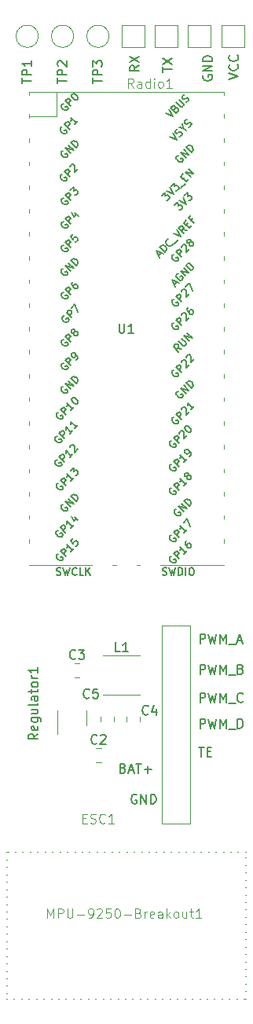
<source format=gbr>
%TF.GenerationSoftware,KiCad,Pcbnew,7.0.8*%
%TF.CreationDate,2024-02-25T19:39:46-05:00*%
%TF.ProjectId,P2,50322e6b-6963-4616-945f-706362585858,rev?*%
%TF.SameCoordinates,Original*%
%TF.FileFunction,Legend,Top*%
%TF.FilePolarity,Positive*%
%FSLAX46Y46*%
G04 Gerber Fmt 4.6, Leading zero omitted, Abs format (unit mm)*
G04 Created by KiCad (PCBNEW 7.0.8) date 2024-02-25 19:39:46*
%MOMM*%
%LPD*%
G01*
G04 APERTURE LIST*
%ADD10C,0.150000*%
%ADD11C,0.100000*%
%ADD12C,0.120000*%
%ADD13C,0.200000*%
G04 APERTURE END LIST*
D10*
X150974588Y-116519438D02*
X150879350Y-116471819D01*
X150879350Y-116471819D02*
X150736493Y-116471819D01*
X150736493Y-116471819D02*
X150593636Y-116519438D01*
X150593636Y-116519438D02*
X150498398Y-116614676D01*
X150498398Y-116614676D02*
X150450779Y-116709914D01*
X150450779Y-116709914D02*
X150403160Y-116900390D01*
X150403160Y-116900390D02*
X150403160Y-117043247D01*
X150403160Y-117043247D02*
X150450779Y-117233723D01*
X150450779Y-117233723D02*
X150498398Y-117328961D01*
X150498398Y-117328961D02*
X150593636Y-117424200D01*
X150593636Y-117424200D02*
X150736493Y-117471819D01*
X150736493Y-117471819D02*
X150831731Y-117471819D01*
X150831731Y-117471819D02*
X150974588Y-117424200D01*
X150974588Y-117424200D02*
X151022207Y-117376580D01*
X151022207Y-117376580D02*
X151022207Y-117043247D01*
X151022207Y-117043247D02*
X150831731Y-117043247D01*
X151450779Y-117471819D02*
X151450779Y-116471819D01*
X151450779Y-116471819D02*
X152022207Y-117471819D01*
X152022207Y-117471819D02*
X152022207Y-116471819D01*
X152498398Y-117471819D02*
X152498398Y-116471819D01*
X152498398Y-116471819D02*
X152736493Y-116471819D01*
X152736493Y-116471819D02*
X152879350Y-116519438D01*
X152879350Y-116519438D02*
X152974588Y-116614676D01*
X152974588Y-116614676D02*
X153022207Y-116709914D01*
X153022207Y-116709914D02*
X153069826Y-116900390D01*
X153069826Y-116900390D02*
X153069826Y-117043247D01*
X153069826Y-117043247D02*
X153022207Y-117233723D01*
X153022207Y-117233723D02*
X152974588Y-117328961D01*
X152974588Y-117328961D02*
X152879350Y-117424200D01*
X152879350Y-117424200D02*
X152736493Y-117471819D01*
X152736493Y-117471819D02*
X152498398Y-117471819D01*
X157816779Y-109343819D02*
X157816779Y-108343819D01*
X157816779Y-108343819D02*
X158197731Y-108343819D01*
X158197731Y-108343819D02*
X158292969Y-108391438D01*
X158292969Y-108391438D02*
X158340588Y-108439057D01*
X158340588Y-108439057D02*
X158388207Y-108534295D01*
X158388207Y-108534295D02*
X158388207Y-108677152D01*
X158388207Y-108677152D02*
X158340588Y-108772390D01*
X158340588Y-108772390D02*
X158292969Y-108820009D01*
X158292969Y-108820009D02*
X158197731Y-108867628D01*
X158197731Y-108867628D02*
X157816779Y-108867628D01*
X158721541Y-108343819D02*
X158959636Y-109343819D01*
X158959636Y-109343819D02*
X159150112Y-108629533D01*
X159150112Y-108629533D02*
X159340588Y-109343819D01*
X159340588Y-109343819D02*
X159578684Y-108343819D01*
X159959636Y-109343819D02*
X159959636Y-108343819D01*
X159959636Y-108343819D02*
X160292969Y-109058104D01*
X160292969Y-109058104D02*
X160626302Y-108343819D01*
X160626302Y-108343819D02*
X160626302Y-109343819D01*
X160864398Y-109439057D02*
X161626302Y-109439057D01*
X161864398Y-109343819D02*
X161864398Y-108343819D01*
X161864398Y-108343819D02*
X162102493Y-108343819D01*
X162102493Y-108343819D02*
X162245350Y-108391438D01*
X162245350Y-108391438D02*
X162340588Y-108486676D01*
X162340588Y-108486676D02*
X162388207Y-108581914D01*
X162388207Y-108581914D02*
X162435826Y-108772390D01*
X162435826Y-108772390D02*
X162435826Y-108915247D01*
X162435826Y-108915247D02*
X162388207Y-109105723D01*
X162388207Y-109105723D02*
X162340588Y-109200961D01*
X162340588Y-109200961D02*
X162245350Y-109296200D01*
X162245350Y-109296200D02*
X162102493Y-109343819D01*
X162102493Y-109343819D02*
X161864398Y-109343819D01*
X149514112Y-113646009D02*
X149656969Y-113693628D01*
X149656969Y-113693628D02*
X149704588Y-113741247D01*
X149704588Y-113741247D02*
X149752207Y-113836485D01*
X149752207Y-113836485D02*
X149752207Y-113979342D01*
X149752207Y-113979342D02*
X149704588Y-114074580D01*
X149704588Y-114074580D02*
X149656969Y-114122200D01*
X149656969Y-114122200D02*
X149561731Y-114169819D01*
X149561731Y-114169819D02*
X149180779Y-114169819D01*
X149180779Y-114169819D02*
X149180779Y-113169819D01*
X149180779Y-113169819D02*
X149514112Y-113169819D01*
X149514112Y-113169819D02*
X149609350Y-113217438D01*
X149609350Y-113217438D02*
X149656969Y-113265057D01*
X149656969Y-113265057D02*
X149704588Y-113360295D01*
X149704588Y-113360295D02*
X149704588Y-113455533D01*
X149704588Y-113455533D02*
X149656969Y-113550771D01*
X149656969Y-113550771D02*
X149609350Y-113598390D01*
X149609350Y-113598390D02*
X149514112Y-113646009D01*
X149514112Y-113646009D02*
X149180779Y-113646009D01*
X150133160Y-113884104D02*
X150609350Y-113884104D01*
X150037922Y-114169819D02*
X150371255Y-113169819D01*
X150371255Y-113169819D02*
X150704588Y-114169819D01*
X150895065Y-113169819D02*
X151466493Y-113169819D01*
X151180779Y-114169819D02*
X151180779Y-113169819D01*
X151799827Y-113788866D02*
X152561732Y-113788866D01*
X152180779Y-114169819D02*
X152180779Y-113407914D01*
X157816779Y-100199819D02*
X157816779Y-99199819D01*
X157816779Y-99199819D02*
X158197731Y-99199819D01*
X158197731Y-99199819D02*
X158292969Y-99247438D01*
X158292969Y-99247438D02*
X158340588Y-99295057D01*
X158340588Y-99295057D02*
X158388207Y-99390295D01*
X158388207Y-99390295D02*
X158388207Y-99533152D01*
X158388207Y-99533152D02*
X158340588Y-99628390D01*
X158340588Y-99628390D02*
X158292969Y-99676009D01*
X158292969Y-99676009D02*
X158197731Y-99723628D01*
X158197731Y-99723628D02*
X157816779Y-99723628D01*
X158721541Y-99199819D02*
X158959636Y-100199819D01*
X158959636Y-100199819D02*
X159150112Y-99485533D01*
X159150112Y-99485533D02*
X159340588Y-100199819D01*
X159340588Y-100199819D02*
X159578684Y-99199819D01*
X159959636Y-100199819D02*
X159959636Y-99199819D01*
X159959636Y-99199819D02*
X160292969Y-99914104D01*
X160292969Y-99914104D02*
X160626302Y-99199819D01*
X160626302Y-99199819D02*
X160626302Y-100199819D01*
X160864398Y-100295057D02*
X161626302Y-100295057D01*
X161816779Y-99914104D02*
X162292969Y-99914104D01*
X161721541Y-100199819D02*
X162054874Y-99199819D01*
X162054874Y-99199819D02*
X162388207Y-100199819D01*
X151253819Y-37953792D02*
X150777628Y-38287125D01*
X151253819Y-38525220D02*
X150253819Y-38525220D01*
X150253819Y-38525220D02*
X150253819Y-38144268D01*
X150253819Y-38144268D02*
X150301438Y-38049030D01*
X150301438Y-38049030D02*
X150349057Y-38001411D01*
X150349057Y-38001411D02*
X150444295Y-37953792D01*
X150444295Y-37953792D02*
X150587152Y-37953792D01*
X150587152Y-37953792D02*
X150682390Y-38001411D01*
X150682390Y-38001411D02*
X150730009Y-38049030D01*
X150730009Y-38049030D02*
X150777628Y-38144268D01*
X150777628Y-38144268D02*
X150777628Y-38525220D01*
X150253819Y-37620458D02*
X151253819Y-36953792D01*
X150253819Y-36953792D02*
X151253819Y-37620458D01*
X157816779Y-103501819D02*
X157816779Y-102501819D01*
X157816779Y-102501819D02*
X158197731Y-102501819D01*
X158197731Y-102501819D02*
X158292969Y-102549438D01*
X158292969Y-102549438D02*
X158340588Y-102597057D01*
X158340588Y-102597057D02*
X158388207Y-102692295D01*
X158388207Y-102692295D02*
X158388207Y-102835152D01*
X158388207Y-102835152D02*
X158340588Y-102930390D01*
X158340588Y-102930390D02*
X158292969Y-102978009D01*
X158292969Y-102978009D02*
X158197731Y-103025628D01*
X158197731Y-103025628D02*
X157816779Y-103025628D01*
X158721541Y-102501819D02*
X158959636Y-103501819D01*
X158959636Y-103501819D02*
X159150112Y-102787533D01*
X159150112Y-102787533D02*
X159340588Y-103501819D01*
X159340588Y-103501819D02*
X159578684Y-102501819D01*
X159959636Y-103501819D02*
X159959636Y-102501819D01*
X159959636Y-102501819D02*
X160292969Y-103216104D01*
X160292969Y-103216104D02*
X160626302Y-102501819D01*
X160626302Y-102501819D02*
X160626302Y-103501819D01*
X160864398Y-103597057D02*
X161626302Y-103597057D01*
X162197731Y-102978009D02*
X162340588Y-103025628D01*
X162340588Y-103025628D02*
X162388207Y-103073247D01*
X162388207Y-103073247D02*
X162435826Y-103168485D01*
X162435826Y-103168485D02*
X162435826Y-103311342D01*
X162435826Y-103311342D02*
X162388207Y-103406580D01*
X162388207Y-103406580D02*
X162340588Y-103454200D01*
X162340588Y-103454200D02*
X162245350Y-103501819D01*
X162245350Y-103501819D02*
X161864398Y-103501819D01*
X161864398Y-103501819D02*
X161864398Y-102501819D01*
X161864398Y-102501819D02*
X162197731Y-102501819D01*
X162197731Y-102501819D02*
X162292969Y-102549438D01*
X162292969Y-102549438D02*
X162340588Y-102597057D01*
X162340588Y-102597057D02*
X162388207Y-102692295D01*
X162388207Y-102692295D02*
X162388207Y-102787533D01*
X162388207Y-102787533D02*
X162340588Y-102882771D01*
X162340588Y-102882771D02*
X162292969Y-102930390D01*
X162292969Y-102930390D02*
X162197731Y-102978009D01*
X162197731Y-102978009D02*
X161864398Y-102978009D01*
X153809819Y-38668077D02*
X153809819Y-38096649D01*
X154809819Y-38382363D02*
X153809819Y-38382363D01*
X153809819Y-37858553D02*
X154809819Y-37191887D01*
X153809819Y-37191887D02*
X154809819Y-37858553D01*
X160921819Y-39430077D02*
X161921819Y-39096744D01*
X161921819Y-39096744D02*
X160921819Y-38763411D01*
X161826580Y-37858649D02*
X161874200Y-37906268D01*
X161874200Y-37906268D02*
X161921819Y-38049125D01*
X161921819Y-38049125D02*
X161921819Y-38144363D01*
X161921819Y-38144363D02*
X161874200Y-38287220D01*
X161874200Y-38287220D02*
X161778961Y-38382458D01*
X161778961Y-38382458D02*
X161683723Y-38430077D01*
X161683723Y-38430077D02*
X161493247Y-38477696D01*
X161493247Y-38477696D02*
X161350390Y-38477696D01*
X161350390Y-38477696D02*
X161159914Y-38430077D01*
X161159914Y-38430077D02*
X161064676Y-38382458D01*
X161064676Y-38382458D02*
X160969438Y-38287220D01*
X160969438Y-38287220D02*
X160921819Y-38144363D01*
X160921819Y-38144363D02*
X160921819Y-38049125D01*
X160921819Y-38049125D02*
X160969438Y-37906268D01*
X160969438Y-37906268D02*
X161017057Y-37858649D01*
X161826580Y-36858649D02*
X161874200Y-36906268D01*
X161874200Y-36906268D02*
X161921819Y-37049125D01*
X161921819Y-37049125D02*
X161921819Y-37144363D01*
X161921819Y-37144363D02*
X161874200Y-37287220D01*
X161874200Y-37287220D02*
X161778961Y-37382458D01*
X161778961Y-37382458D02*
X161683723Y-37430077D01*
X161683723Y-37430077D02*
X161493247Y-37477696D01*
X161493247Y-37477696D02*
X161350390Y-37477696D01*
X161350390Y-37477696D02*
X161159914Y-37430077D01*
X161159914Y-37430077D02*
X161064676Y-37382458D01*
X161064676Y-37382458D02*
X160969438Y-37287220D01*
X160969438Y-37287220D02*
X160921819Y-37144363D01*
X160921819Y-37144363D02*
X160921819Y-37049125D01*
X160921819Y-37049125D02*
X160969438Y-36906268D01*
X160969438Y-36906268D02*
X161017057Y-36858649D01*
X157816779Y-106549819D02*
X157816779Y-105549819D01*
X157816779Y-105549819D02*
X158197731Y-105549819D01*
X158197731Y-105549819D02*
X158292969Y-105597438D01*
X158292969Y-105597438D02*
X158340588Y-105645057D01*
X158340588Y-105645057D02*
X158388207Y-105740295D01*
X158388207Y-105740295D02*
X158388207Y-105883152D01*
X158388207Y-105883152D02*
X158340588Y-105978390D01*
X158340588Y-105978390D02*
X158292969Y-106026009D01*
X158292969Y-106026009D02*
X158197731Y-106073628D01*
X158197731Y-106073628D02*
X157816779Y-106073628D01*
X158721541Y-105549819D02*
X158959636Y-106549819D01*
X158959636Y-106549819D02*
X159150112Y-105835533D01*
X159150112Y-105835533D02*
X159340588Y-106549819D01*
X159340588Y-106549819D02*
X159578684Y-105549819D01*
X159959636Y-106549819D02*
X159959636Y-105549819D01*
X159959636Y-105549819D02*
X160292969Y-106264104D01*
X160292969Y-106264104D02*
X160626302Y-105549819D01*
X160626302Y-105549819D02*
X160626302Y-106549819D01*
X160864398Y-106645057D02*
X161626302Y-106645057D01*
X162435826Y-106454580D02*
X162388207Y-106502200D01*
X162388207Y-106502200D02*
X162245350Y-106549819D01*
X162245350Y-106549819D02*
X162150112Y-106549819D01*
X162150112Y-106549819D02*
X162007255Y-106502200D01*
X162007255Y-106502200D02*
X161912017Y-106406961D01*
X161912017Y-106406961D02*
X161864398Y-106311723D01*
X161864398Y-106311723D02*
X161816779Y-106121247D01*
X161816779Y-106121247D02*
X161816779Y-105978390D01*
X161816779Y-105978390D02*
X161864398Y-105787914D01*
X161864398Y-105787914D02*
X161912017Y-105692676D01*
X161912017Y-105692676D02*
X162007255Y-105597438D01*
X162007255Y-105597438D02*
X162150112Y-105549819D01*
X162150112Y-105549819D02*
X162245350Y-105549819D01*
X162245350Y-105549819D02*
X162388207Y-105597438D01*
X162388207Y-105597438D02*
X162435826Y-105645057D01*
X158175438Y-39017411D02*
X158127819Y-39112649D01*
X158127819Y-39112649D02*
X158127819Y-39255506D01*
X158127819Y-39255506D02*
X158175438Y-39398363D01*
X158175438Y-39398363D02*
X158270676Y-39493601D01*
X158270676Y-39493601D02*
X158365914Y-39541220D01*
X158365914Y-39541220D02*
X158556390Y-39588839D01*
X158556390Y-39588839D02*
X158699247Y-39588839D01*
X158699247Y-39588839D02*
X158889723Y-39541220D01*
X158889723Y-39541220D02*
X158984961Y-39493601D01*
X158984961Y-39493601D02*
X159080200Y-39398363D01*
X159080200Y-39398363D02*
X159127819Y-39255506D01*
X159127819Y-39255506D02*
X159127819Y-39160268D01*
X159127819Y-39160268D02*
X159080200Y-39017411D01*
X159080200Y-39017411D02*
X159032580Y-38969792D01*
X159032580Y-38969792D02*
X158699247Y-38969792D01*
X158699247Y-38969792D02*
X158699247Y-39160268D01*
X159127819Y-38541220D02*
X158127819Y-38541220D01*
X158127819Y-38541220D02*
X159127819Y-37969792D01*
X159127819Y-37969792D02*
X158127819Y-37969792D01*
X159127819Y-37493601D02*
X158127819Y-37493601D01*
X158127819Y-37493601D02*
X158127819Y-37255506D01*
X158127819Y-37255506D02*
X158175438Y-37112649D01*
X158175438Y-37112649D02*
X158270676Y-37017411D01*
X158270676Y-37017411D02*
X158365914Y-36969792D01*
X158365914Y-36969792D02*
X158556390Y-36922173D01*
X158556390Y-36922173D02*
X158699247Y-36922173D01*
X158699247Y-36922173D02*
X158889723Y-36969792D01*
X158889723Y-36969792D02*
X158984961Y-37017411D01*
X158984961Y-37017411D02*
X159080200Y-37112649D01*
X159080200Y-37112649D02*
X159127819Y-37255506D01*
X159127819Y-37255506D02*
X159127819Y-37493601D01*
X157673922Y-111391819D02*
X158245350Y-111391819D01*
X157959636Y-112391819D02*
X157959636Y-111391819D01*
X158578684Y-111868009D02*
X158912017Y-111868009D01*
X159054874Y-112391819D02*
X158578684Y-112391819D01*
X158578684Y-112391819D02*
X158578684Y-111391819D01*
X158578684Y-111391819D02*
X159054874Y-111391819D01*
X144387333Y-101803580D02*
X144339714Y-101851200D01*
X144339714Y-101851200D02*
X144196857Y-101898819D01*
X144196857Y-101898819D02*
X144101619Y-101898819D01*
X144101619Y-101898819D02*
X143958762Y-101851200D01*
X143958762Y-101851200D02*
X143863524Y-101755961D01*
X143863524Y-101755961D02*
X143815905Y-101660723D01*
X143815905Y-101660723D02*
X143768286Y-101470247D01*
X143768286Y-101470247D02*
X143768286Y-101327390D01*
X143768286Y-101327390D02*
X143815905Y-101136914D01*
X143815905Y-101136914D02*
X143863524Y-101041676D01*
X143863524Y-101041676D02*
X143958762Y-100946438D01*
X143958762Y-100946438D02*
X144101619Y-100898819D01*
X144101619Y-100898819D02*
X144196857Y-100898819D01*
X144196857Y-100898819D02*
X144339714Y-100946438D01*
X144339714Y-100946438D02*
X144387333Y-100994057D01*
X144720667Y-100898819D02*
X145339714Y-100898819D01*
X145339714Y-100898819D02*
X145006381Y-101279771D01*
X145006381Y-101279771D02*
X145149238Y-101279771D01*
X145149238Y-101279771D02*
X145244476Y-101327390D01*
X145244476Y-101327390D02*
X145292095Y-101375009D01*
X145292095Y-101375009D02*
X145339714Y-101470247D01*
X145339714Y-101470247D02*
X145339714Y-101708342D01*
X145339714Y-101708342D02*
X145292095Y-101803580D01*
X145292095Y-101803580D02*
X145244476Y-101851200D01*
X145244476Y-101851200D02*
X145149238Y-101898819D01*
X145149238Y-101898819D02*
X144863524Y-101898819D01*
X144863524Y-101898819D02*
X144768286Y-101851200D01*
X144768286Y-101851200D02*
X144720667Y-101803580D01*
X146711333Y-110947580D02*
X146663714Y-110995200D01*
X146663714Y-110995200D02*
X146520857Y-111042819D01*
X146520857Y-111042819D02*
X146425619Y-111042819D01*
X146425619Y-111042819D02*
X146282762Y-110995200D01*
X146282762Y-110995200D02*
X146187524Y-110899961D01*
X146187524Y-110899961D02*
X146139905Y-110804723D01*
X146139905Y-110804723D02*
X146092286Y-110614247D01*
X146092286Y-110614247D02*
X146092286Y-110471390D01*
X146092286Y-110471390D02*
X146139905Y-110280914D01*
X146139905Y-110280914D02*
X146187524Y-110185676D01*
X146187524Y-110185676D02*
X146282762Y-110090438D01*
X146282762Y-110090438D02*
X146425619Y-110042819D01*
X146425619Y-110042819D02*
X146520857Y-110042819D01*
X146520857Y-110042819D02*
X146663714Y-110090438D01*
X146663714Y-110090438D02*
X146711333Y-110138057D01*
X147092286Y-110138057D02*
X147139905Y-110090438D01*
X147139905Y-110090438D02*
X147235143Y-110042819D01*
X147235143Y-110042819D02*
X147473238Y-110042819D01*
X147473238Y-110042819D02*
X147568476Y-110090438D01*
X147568476Y-110090438D02*
X147616095Y-110138057D01*
X147616095Y-110138057D02*
X147663714Y-110233295D01*
X147663714Y-110233295D02*
X147663714Y-110328533D01*
X147663714Y-110328533D02*
X147616095Y-110471390D01*
X147616095Y-110471390D02*
X147044667Y-111042819D01*
X147044667Y-111042819D02*
X147663714Y-111042819D01*
X138646819Y-39869904D02*
X138646819Y-39298476D01*
X139646819Y-39584190D02*
X138646819Y-39584190D01*
X139646819Y-38965142D02*
X138646819Y-38965142D01*
X138646819Y-38965142D02*
X138646819Y-38584190D01*
X138646819Y-38584190D02*
X138694438Y-38488952D01*
X138694438Y-38488952D02*
X138742057Y-38441333D01*
X138742057Y-38441333D02*
X138837295Y-38393714D01*
X138837295Y-38393714D02*
X138980152Y-38393714D01*
X138980152Y-38393714D02*
X139075390Y-38441333D01*
X139075390Y-38441333D02*
X139123009Y-38488952D01*
X139123009Y-38488952D02*
X139170628Y-38584190D01*
X139170628Y-38584190D02*
X139170628Y-38965142D01*
X139646819Y-37441333D02*
X139646819Y-38012761D01*
X139646819Y-37727047D02*
X138646819Y-37727047D01*
X138646819Y-37727047D02*
X138789676Y-37822285D01*
X138789676Y-37822285D02*
X138884914Y-37917523D01*
X138884914Y-37917523D02*
X138932533Y-38012761D01*
X149209333Y-101086819D02*
X148733143Y-101086819D01*
X148733143Y-101086819D02*
X148733143Y-100086819D01*
X150066476Y-101086819D02*
X149495048Y-101086819D01*
X149780762Y-101086819D02*
X149780762Y-100086819D01*
X149780762Y-100086819D02*
X149685524Y-100229676D01*
X149685524Y-100229676D02*
X149590286Y-100324914D01*
X149590286Y-100324914D02*
X149495048Y-100372533D01*
X149098095Y-65748819D02*
X149098095Y-66558342D01*
X149098095Y-66558342D02*
X149145714Y-66653580D01*
X149145714Y-66653580D02*
X149193333Y-66701200D01*
X149193333Y-66701200D02*
X149288571Y-66748819D01*
X149288571Y-66748819D02*
X149479047Y-66748819D01*
X149479047Y-66748819D02*
X149574285Y-66701200D01*
X149574285Y-66701200D02*
X149621904Y-66653580D01*
X149621904Y-66653580D02*
X149669523Y-66558342D01*
X149669523Y-66558342D02*
X149669523Y-65748819D01*
X150669523Y-66748819D02*
X150098095Y-66748819D01*
X150383809Y-66748819D02*
X150383809Y-65748819D01*
X150383809Y-65748819D02*
X150288571Y-65891676D01*
X150288571Y-65891676D02*
X150193333Y-65986914D01*
X150193333Y-65986914D02*
X150098095Y-66034533D01*
X142407998Y-80400868D02*
X142327185Y-80427805D01*
X142327185Y-80427805D02*
X142246373Y-80508618D01*
X142246373Y-80508618D02*
X142192498Y-80616367D01*
X142192498Y-80616367D02*
X142192498Y-80724117D01*
X142192498Y-80724117D02*
X142219436Y-80804929D01*
X142219436Y-80804929D02*
X142300248Y-80939616D01*
X142300248Y-80939616D02*
X142381060Y-81020428D01*
X142381060Y-81020428D02*
X142515747Y-81101241D01*
X142515747Y-81101241D02*
X142596560Y-81128178D01*
X142596560Y-81128178D02*
X142704309Y-81128178D01*
X142704309Y-81128178D02*
X142812059Y-81074303D01*
X142812059Y-81074303D02*
X142865934Y-81020428D01*
X142865934Y-81020428D02*
X142919808Y-80912679D01*
X142919808Y-80912679D02*
X142919808Y-80858804D01*
X142919808Y-80858804D02*
X142731247Y-80670242D01*
X142731247Y-80670242D02*
X142623497Y-80777992D01*
X143216120Y-80670242D02*
X142650434Y-80104557D01*
X142650434Y-80104557D02*
X142865934Y-79889057D01*
X142865934Y-79889057D02*
X142946746Y-79862120D01*
X142946746Y-79862120D02*
X143000621Y-79862120D01*
X143000621Y-79862120D02*
X143081433Y-79889057D01*
X143081433Y-79889057D02*
X143162245Y-79969870D01*
X143162245Y-79969870D02*
X143189182Y-80050682D01*
X143189182Y-80050682D02*
X143189182Y-80104557D01*
X143189182Y-80104557D02*
X143162245Y-80185369D01*
X143162245Y-80185369D02*
X142946746Y-80400868D01*
X144078117Y-79808245D02*
X143754868Y-80131494D01*
X143916492Y-79969870D02*
X143350807Y-79404184D01*
X143350807Y-79404184D02*
X143377744Y-79538871D01*
X143377744Y-79538871D02*
X143377744Y-79646621D01*
X143377744Y-79646621D02*
X143350807Y-79727433D01*
X143781805Y-79080935D02*
X143781805Y-79027060D01*
X143781805Y-79027060D02*
X143808743Y-78946248D01*
X143808743Y-78946248D02*
X143943430Y-78811561D01*
X143943430Y-78811561D02*
X144024242Y-78784624D01*
X144024242Y-78784624D02*
X144078117Y-78784624D01*
X144078117Y-78784624D02*
X144158929Y-78811561D01*
X144158929Y-78811561D02*
X144212804Y-78865436D01*
X144212804Y-78865436D02*
X144266679Y-78973186D01*
X144266679Y-78973186D02*
X144266679Y-79619683D01*
X144266679Y-79619683D02*
X144616865Y-79269497D01*
X155084123Y-53020868D02*
X155434309Y-52670682D01*
X155434309Y-52670682D02*
X155461247Y-53074743D01*
X155461247Y-53074743D02*
X155542059Y-52993931D01*
X155542059Y-52993931D02*
X155622871Y-52966993D01*
X155622871Y-52966993D02*
X155676746Y-52966993D01*
X155676746Y-52966993D02*
X155757558Y-52993931D01*
X155757558Y-52993931D02*
X155892245Y-53128618D01*
X155892245Y-53128618D02*
X155919182Y-53209430D01*
X155919182Y-53209430D02*
X155919182Y-53263305D01*
X155919182Y-53263305D02*
X155892245Y-53344117D01*
X155892245Y-53344117D02*
X155730621Y-53505741D01*
X155730621Y-53505741D02*
X155649808Y-53532679D01*
X155649808Y-53532679D02*
X155595934Y-53532679D01*
X155595934Y-52509057D02*
X156350181Y-52886181D01*
X156350181Y-52886181D02*
X155973057Y-52131934D01*
X156107744Y-51997247D02*
X156457930Y-51647061D01*
X156457930Y-51647061D02*
X156484868Y-52051122D01*
X156484868Y-52051122D02*
X156565680Y-51970309D01*
X156565680Y-51970309D02*
X156646492Y-51943372D01*
X156646492Y-51943372D02*
X156700367Y-51943372D01*
X156700367Y-51943372D02*
X156781179Y-51970309D01*
X156781179Y-51970309D02*
X156915866Y-52104996D01*
X156915866Y-52104996D02*
X156942804Y-52185809D01*
X156942804Y-52185809D02*
X156942804Y-52239683D01*
X156942804Y-52239683D02*
X156915866Y-52320496D01*
X156915866Y-52320496D02*
X156754242Y-52482120D01*
X156754242Y-52482120D02*
X156673430Y-52509057D01*
X156673430Y-52509057D02*
X156619555Y-52509057D01*
X142977372Y-44561494D02*
X142896560Y-44588431D01*
X142896560Y-44588431D02*
X142815748Y-44669243D01*
X142815748Y-44669243D02*
X142761873Y-44776993D01*
X142761873Y-44776993D02*
X142761873Y-44884742D01*
X142761873Y-44884742D02*
X142788810Y-44965555D01*
X142788810Y-44965555D02*
X142869623Y-45100242D01*
X142869623Y-45100242D02*
X142950435Y-45181054D01*
X142950435Y-45181054D02*
X143085122Y-45261866D01*
X143085122Y-45261866D02*
X143165934Y-45288803D01*
X143165934Y-45288803D02*
X143273684Y-45288803D01*
X143273684Y-45288803D02*
X143381433Y-45234929D01*
X143381433Y-45234929D02*
X143435308Y-45181054D01*
X143435308Y-45181054D02*
X143489183Y-45073304D01*
X143489183Y-45073304D02*
X143489183Y-45019429D01*
X143489183Y-45019429D02*
X143300621Y-44830868D01*
X143300621Y-44830868D02*
X143192871Y-44938617D01*
X143785494Y-44830868D02*
X143219809Y-44265182D01*
X143219809Y-44265182D02*
X143435308Y-44049683D01*
X143435308Y-44049683D02*
X143516120Y-44022746D01*
X143516120Y-44022746D02*
X143569995Y-44022746D01*
X143569995Y-44022746D02*
X143650807Y-44049683D01*
X143650807Y-44049683D02*
X143731619Y-44130495D01*
X143731619Y-44130495D02*
X143758557Y-44211307D01*
X143758557Y-44211307D02*
X143758557Y-44265182D01*
X143758557Y-44265182D02*
X143731619Y-44345994D01*
X143731619Y-44345994D02*
X143516120Y-44561494D01*
X144647491Y-43968871D02*
X144324242Y-44292120D01*
X144485867Y-44130495D02*
X143920181Y-43564810D01*
X143920181Y-43564810D02*
X143947119Y-43699497D01*
X143947119Y-43699497D02*
X143947119Y-43807246D01*
X143947119Y-43807246D02*
X143920181Y-43888059D01*
X155037873Y-61543240D02*
X155307247Y-61273866D01*
X155145623Y-61758739D02*
X154768499Y-61004492D01*
X154768499Y-61004492D02*
X155522746Y-61381615D01*
X155468871Y-60357994D02*
X155388059Y-60384932D01*
X155388059Y-60384932D02*
X155307247Y-60465744D01*
X155307247Y-60465744D02*
X155253372Y-60573494D01*
X155253372Y-60573494D02*
X155253372Y-60681243D01*
X155253372Y-60681243D02*
X155280310Y-60762055D01*
X155280310Y-60762055D02*
X155361122Y-60896742D01*
X155361122Y-60896742D02*
X155441934Y-60977555D01*
X155441934Y-60977555D02*
X155576621Y-61058367D01*
X155576621Y-61058367D02*
X155657433Y-61085304D01*
X155657433Y-61085304D02*
X155765183Y-61085304D01*
X155765183Y-61085304D02*
X155872932Y-61031429D01*
X155872932Y-61031429D02*
X155926807Y-60977555D01*
X155926807Y-60977555D02*
X155980682Y-60869805D01*
X155980682Y-60869805D02*
X155980682Y-60815930D01*
X155980682Y-60815930D02*
X155792120Y-60627368D01*
X155792120Y-60627368D02*
X155684371Y-60735118D01*
X156276993Y-60627368D02*
X155711308Y-60061683D01*
X155711308Y-60061683D02*
X156600242Y-60304120D01*
X156600242Y-60304120D02*
X156034557Y-59738434D01*
X156869616Y-60034746D02*
X156303931Y-59469060D01*
X156303931Y-59469060D02*
X156438618Y-59334373D01*
X156438618Y-59334373D02*
X156546367Y-59280498D01*
X156546367Y-59280498D02*
X156654117Y-59280498D01*
X156654117Y-59280498D02*
X156734929Y-59307436D01*
X156734929Y-59307436D02*
X156869616Y-59388248D01*
X156869616Y-59388248D02*
X156950428Y-59469060D01*
X156950428Y-59469060D02*
X157031241Y-59603747D01*
X157031241Y-59603747D02*
X157058178Y-59684560D01*
X157058178Y-59684560D02*
X157058178Y-59792309D01*
X157058178Y-59792309D02*
X157004303Y-59900059D01*
X157004303Y-59900059D02*
X156869616Y-60034746D01*
X143077372Y-54731494D02*
X142996560Y-54758431D01*
X142996560Y-54758431D02*
X142915748Y-54839243D01*
X142915748Y-54839243D02*
X142861873Y-54946993D01*
X142861873Y-54946993D02*
X142861873Y-55054742D01*
X142861873Y-55054742D02*
X142888810Y-55135555D01*
X142888810Y-55135555D02*
X142969623Y-55270242D01*
X142969623Y-55270242D02*
X143050435Y-55351054D01*
X143050435Y-55351054D02*
X143185122Y-55431866D01*
X143185122Y-55431866D02*
X143265934Y-55458803D01*
X143265934Y-55458803D02*
X143373684Y-55458803D01*
X143373684Y-55458803D02*
X143481433Y-55404929D01*
X143481433Y-55404929D02*
X143535308Y-55351054D01*
X143535308Y-55351054D02*
X143589183Y-55243304D01*
X143589183Y-55243304D02*
X143589183Y-55189429D01*
X143589183Y-55189429D02*
X143400621Y-55000868D01*
X143400621Y-55000868D02*
X143292871Y-55108617D01*
X143885494Y-55000868D02*
X143319809Y-54435182D01*
X143319809Y-54435182D02*
X143535308Y-54219683D01*
X143535308Y-54219683D02*
X143616120Y-54192746D01*
X143616120Y-54192746D02*
X143669995Y-54192746D01*
X143669995Y-54192746D02*
X143750807Y-54219683D01*
X143750807Y-54219683D02*
X143831619Y-54300495D01*
X143831619Y-54300495D02*
X143858557Y-54381307D01*
X143858557Y-54381307D02*
X143858557Y-54435182D01*
X143858557Y-54435182D02*
X143831619Y-54515994D01*
X143831619Y-54515994D02*
X143616120Y-54731494D01*
X144316493Y-53815622D02*
X144693616Y-54192746D01*
X143966306Y-53734810D02*
X144235680Y-54273558D01*
X144235680Y-54273558D02*
X144585867Y-53923372D01*
X143077372Y-69971494D02*
X142996560Y-69998431D01*
X142996560Y-69998431D02*
X142915748Y-70079243D01*
X142915748Y-70079243D02*
X142861873Y-70186993D01*
X142861873Y-70186993D02*
X142861873Y-70294742D01*
X142861873Y-70294742D02*
X142888810Y-70375555D01*
X142888810Y-70375555D02*
X142969623Y-70510242D01*
X142969623Y-70510242D02*
X143050435Y-70591054D01*
X143050435Y-70591054D02*
X143185122Y-70671866D01*
X143185122Y-70671866D02*
X143265934Y-70698803D01*
X143265934Y-70698803D02*
X143373684Y-70698803D01*
X143373684Y-70698803D02*
X143481433Y-70644929D01*
X143481433Y-70644929D02*
X143535308Y-70591054D01*
X143535308Y-70591054D02*
X143589183Y-70483304D01*
X143589183Y-70483304D02*
X143589183Y-70429429D01*
X143589183Y-70429429D02*
X143400621Y-70240868D01*
X143400621Y-70240868D02*
X143292871Y-70348617D01*
X143885494Y-70240868D02*
X143319809Y-69675182D01*
X143319809Y-69675182D02*
X143535308Y-69459683D01*
X143535308Y-69459683D02*
X143616120Y-69432746D01*
X143616120Y-69432746D02*
X143669995Y-69432746D01*
X143669995Y-69432746D02*
X143750807Y-69459683D01*
X143750807Y-69459683D02*
X143831619Y-69540495D01*
X143831619Y-69540495D02*
X143858557Y-69621307D01*
X143858557Y-69621307D02*
X143858557Y-69675182D01*
X143858557Y-69675182D02*
X143831619Y-69755994D01*
X143831619Y-69755994D02*
X143616120Y-69971494D01*
X144478117Y-69648245D02*
X144585867Y-69540495D01*
X144585867Y-69540495D02*
X144612804Y-69459683D01*
X144612804Y-69459683D02*
X144612804Y-69405808D01*
X144612804Y-69405808D02*
X144585867Y-69271121D01*
X144585867Y-69271121D02*
X144505054Y-69136434D01*
X144505054Y-69136434D02*
X144289555Y-68920935D01*
X144289555Y-68920935D02*
X144208743Y-68893998D01*
X144208743Y-68893998D02*
X144154868Y-68893998D01*
X144154868Y-68893998D02*
X144074056Y-68920935D01*
X144074056Y-68920935D02*
X143966306Y-69028685D01*
X143966306Y-69028685D02*
X143939369Y-69109497D01*
X143939369Y-69109497D02*
X143939369Y-69163372D01*
X143939369Y-69163372D02*
X143966306Y-69244184D01*
X143966306Y-69244184D02*
X144100993Y-69378871D01*
X144100993Y-69378871D02*
X144181806Y-69405808D01*
X144181806Y-69405808D02*
X144235680Y-69405808D01*
X144235680Y-69405808D02*
X144316493Y-69378871D01*
X144316493Y-69378871D02*
X144424242Y-69271121D01*
X144424242Y-69271121D02*
X144451180Y-69190309D01*
X144451180Y-69190309D02*
X144451180Y-69136434D01*
X144451180Y-69136434D02*
X144424242Y-69055622D01*
X143077372Y-42031494D02*
X142996560Y-42058431D01*
X142996560Y-42058431D02*
X142915748Y-42139243D01*
X142915748Y-42139243D02*
X142861873Y-42246993D01*
X142861873Y-42246993D02*
X142861873Y-42354742D01*
X142861873Y-42354742D02*
X142888810Y-42435555D01*
X142888810Y-42435555D02*
X142969623Y-42570242D01*
X142969623Y-42570242D02*
X143050435Y-42651054D01*
X143050435Y-42651054D02*
X143185122Y-42731866D01*
X143185122Y-42731866D02*
X143265934Y-42758803D01*
X143265934Y-42758803D02*
X143373684Y-42758803D01*
X143373684Y-42758803D02*
X143481433Y-42704929D01*
X143481433Y-42704929D02*
X143535308Y-42651054D01*
X143535308Y-42651054D02*
X143589183Y-42543304D01*
X143589183Y-42543304D02*
X143589183Y-42489429D01*
X143589183Y-42489429D02*
X143400621Y-42300868D01*
X143400621Y-42300868D02*
X143292871Y-42408617D01*
X143885494Y-42300868D02*
X143319809Y-41735182D01*
X143319809Y-41735182D02*
X143535308Y-41519683D01*
X143535308Y-41519683D02*
X143616120Y-41492746D01*
X143616120Y-41492746D02*
X143669995Y-41492746D01*
X143669995Y-41492746D02*
X143750807Y-41519683D01*
X143750807Y-41519683D02*
X143831619Y-41600495D01*
X143831619Y-41600495D02*
X143858557Y-41681307D01*
X143858557Y-41681307D02*
X143858557Y-41735182D01*
X143858557Y-41735182D02*
X143831619Y-41815994D01*
X143831619Y-41815994D02*
X143616120Y-42031494D01*
X143993244Y-41061747D02*
X144047119Y-41007872D01*
X144047119Y-41007872D02*
X144127931Y-40980935D01*
X144127931Y-40980935D02*
X144181806Y-40980935D01*
X144181806Y-40980935D02*
X144262618Y-41007872D01*
X144262618Y-41007872D02*
X144397305Y-41088685D01*
X144397305Y-41088685D02*
X144531992Y-41223372D01*
X144531992Y-41223372D02*
X144612804Y-41358059D01*
X144612804Y-41358059D02*
X144639741Y-41438871D01*
X144639741Y-41438871D02*
X144639741Y-41492746D01*
X144639741Y-41492746D02*
X144612804Y-41573558D01*
X144612804Y-41573558D02*
X144558929Y-41627433D01*
X144558929Y-41627433D02*
X144478117Y-41654370D01*
X144478117Y-41654370D02*
X144424242Y-41654370D01*
X144424242Y-41654370D02*
X144343430Y-41627433D01*
X144343430Y-41627433D02*
X144208743Y-41546620D01*
X144208743Y-41546620D02*
X144074056Y-41411933D01*
X144074056Y-41411933D02*
X143993244Y-41277246D01*
X143993244Y-41277246D02*
X143966306Y-41196434D01*
X143966306Y-41196434D02*
X143966306Y-41142559D01*
X143966306Y-41142559D02*
X143993244Y-41061747D01*
X143077372Y-52191494D02*
X142996560Y-52218431D01*
X142996560Y-52218431D02*
X142915748Y-52299243D01*
X142915748Y-52299243D02*
X142861873Y-52406993D01*
X142861873Y-52406993D02*
X142861873Y-52514742D01*
X142861873Y-52514742D02*
X142888810Y-52595555D01*
X142888810Y-52595555D02*
X142969623Y-52730242D01*
X142969623Y-52730242D02*
X143050435Y-52811054D01*
X143050435Y-52811054D02*
X143185122Y-52891866D01*
X143185122Y-52891866D02*
X143265934Y-52918803D01*
X143265934Y-52918803D02*
X143373684Y-52918803D01*
X143373684Y-52918803D02*
X143481433Y-52864929D01*
X143481433Y-52864929D02*
X143535308Y-52811054D01*
X143535308Y-52811054D02*
X143589183Y-52703304D01*
X143589183Y-52703304D02*
X143589183Y-52649429D01*
X143589183Y-52649429D02*
X143400621Y-52460868D01*
X143400621Y-52460868D02*
X143292871Y-52568617D01*
X143885494Y-52460868D02*
X143319809Y-51895182D01*
X143319809Y-51895182D02*
X143535308Y-51679683D01*
X143535308Y-51679683D02*
X143616120Y-51652746D01*
X143616120Y-51652746D02*
X143669995Y-51652746D01*
X143669995Y-51652746D02*
X143750807Y-51679683D01*
X143750807Y-51679683D02*
X143831619Y-51760495D01*
X143831619Y-51760495D02*
X143858557Y-51841307D01*
X143858557Y-51841307D02*
X143858557Y-51895182D01*
X143858557Y-51895182D02*
X143831619Y-51975994D01*
X143831619Y-51975994D02*
X143616120Y-52191494D01*
X143831619Y-51383372D02*
X144181806Y-51033185D01*
X144181806Y-51033185D02*
X144208743Y-51437246D01*
X144208743Y-51437246D02*
X144289555Y-51356434D01*
X144289555Y-51356434D02*
X144370367Y-51329497D01*
X144370367Y-51329497D02*
X144424242Y-51329497D01*
X144424242Y-51329497D02*
X144505054Y-51356434D01*
X144505054Y-51356434D02*
X144639741Y-51491121D01*
X144639741Y-51491121D02*
X144666679Y-51571933D01*
X144666679Y-51571933D02*
X144666679Y-51625808D01*
X144666679Y-51625808D02*
X144639741Y-51706620D01*
X144639741Y-51706620D02*
X144478117Y-51868245D01*
X144478117Y-51868245D02*
X144397305Y-51895182D01*
X144397305Y-51895182D02*
X144343430Y-51895182D01*
X154983998Y-65650868D02*
X154903185Y-65677805D01*
X154903185Y-65677805D02*
X154822373Y-65758618D01*
X154822373Y-65758618D02*
X154768498Y-65866367D01*
X154768498Y-65866367D02*
X154768498Y-65974117D01*
X154768498Y-65974117D02*
X154795436Y-66054929D01*
X154795436Y-66054929D02*
X154876248Y-66189616D01*
X154876248Y-66189616D02*
X154957060Y-66270428D01*
X154957060Y-66270428D02*
X155091747Y-66351241D01*
X155091747Y-66351241D02*
X155172560Y-66378178D01*
X155172560Y-66378178D02*
X155280309Y-66378178D01*
X155280309Y-66378178D02*
X155388059Y-66324303D01*
X155388059Y-66324303D02*
X155441934Y-66270428D01*
X155441934Y-66270428D02*
X155495808Y-66162679D01*
X155495808Y-66162679D02*
X155495808Y-66108804D01*
X155495808Y-66108804D02*
X155307247Y-65920242D01*
X155307247Y-65920242D02*
X155199497Y-66027992D01*
X155792120Y-65920242D02*
X155226434Y-65354557D01*
X155226434Y-65354557D02*
X155441934Y-65139057D01*
X155441934Y-65139057D02*
X155522746Y-65112120D01*
X155522746Y-65112120D02*
X155576621Y-65112120D01*
X155576621Y-65112120D02*
X155657433Y-65139057D01*
X155657433Y-65139057D02*
X155738245Y-65219870D01*
X155738245Y-65219870D02*
X155765182Y-65300682D01*
X155765182Y-65300682D02*
X155765182Y-65354557D01*
X155765182Y-65354557D02*
X155738245Y-65435369D01*
X155738245Y-65435369D02*
X155522746Y-65650868D01*
X155819057Y-64869683D02*
X155819057Y-64815809D01*
X155819057Y-64815809D02*
X155845995Y-64734996D01*
X155845995Y-64734996D02*
X155980682Y-64600309D01*
X155980682Y-64600309D02*
X156061494Y-64573372D01*
X156061494Y-64573372D02*
X156115369Y-64573372D01*
X156115369Y-64573372D02*
X156196181Y-64600309D01*
X156196181Y-64600309D02*
X156250056Y-64654184D01*
X156250056Y-64654184D02*
X156303930Y-64761934D01*
X156303930Y-64761934D02*
X156303930Y-65408431D01*
X156303930Y-65408431D02*
X156654117Y-65058245D01*
X156573305Y-64007686D02*
X156465555Y-64115436D01*
X156465555Y-64115436D02*
X156438618Y-64196248D01*
X156438618Y-64196248D02*
X156438618Y-64250123D01*
X156438618Y-64250123D02*
X156465555Y-64384810D01*
X156465555Y-64384810D02*
X156546367Y-64519497D01*
X156546367Y-64519497D02*
X156761866Y-64734996D01*
X156761866Y-64734996D02*
X156842679Y-64761934D01*
X156842679Y-64761934D02*
X156896553Y-64761934D01*
X156896553Y-64761934D02*
X156977366Y-64734996D01*
X156977366Y-64734996D02*
X157085115Y-64627247D01*
X157085115Y-64627247D02*
X157112053Y-64546434D01*
X157112053Y-64546434D02*
X157112053Y-64492560D01*
X157112053Y-64492560D02*
X157085115Y-64411747D01*
X157085115Y-64411747D02*
X156950428Y-64277060D01*
X156950428Y-64277060D02*
X156869616Y-64250123D01*
X156869616Y-64250123D02*
X156815741Y-64250123D01*
X156815741Y-64250123D02*
X156734929Y-64277060D01*
X156734929Y-64277060D02*
X156627179Y-64384810D01*
X156627179Y-64384810D02*
X156600242Y-64465622D01*
X156600242Y-64465622D02*
X156600242Y-64519497D01*
X156600242Y-64519497D02*
X156627179Y-64600309D01*
X143050435Y-47138431D02*
X142969623Y-47165368D01*
X142969623Y-47165368D02*
X142888811Y-47246180D01*
X142888811Y-47246180D02*
X142834936Y-47353930D01*
X142834936Y-47353930D02*
X142834936Y-47461680D01*
X142834936Y-47461680D02*
X142861873Y-47542492D01*
X142861873Y-47542492D02*
X142942685Y-47677179D01*
X142942685Y-47677179D02*
X143023498Y-47757991D01*
X143023498Y-47757991D02*
X143158185Y-47838803D01*
X143158185Y-47838803D02*
X143238997Y-47865741D01*
X143238997Y-47865741D02*
X143346746Y-47865741D01*
X143346746Y-47865741D02*
X143454496Y-47811866D01*
X143454496Y-47811866D02*
X143508371Y-47757991D01*
X143508371Y-47757991D02*
X143562246Y-47650241D01*
X143562246Y-47650241D02*
X143562246Y-47596367D01*
X143562246Y-47596367D02*
X143373684Y-47407805D01*
X143373684Y-47407805D02*
X143265934Y-47515554D01*
X143858557Y-47407805D02*
X143292872Y-46842119D01*
X143292872Y-46842119D02*
X144181806Y-47084556D01*
X144181806Y-47084556D02*
X143616120Y-46518871D01*
X144451180Y-46815182D02*
X143885494Y-46249497D01*
X143885494Y-46249497D02*
X144020181Y-46114810D01*
X144020181Y-46114810D02*
X144127931Y-46060935D01*
X144127931Y-46060935D02*
X144235680Y-46060935D01*
X144235680Y-46060935D02*
X144316493Y-46087872D01*
X144316493Y-46087872D02*
X144451180Y-46168685D01*
X144451180Y-46168685D02*
X144531992Y-46249497D01*
X144531992Y-46249497D02*
X144612804Y-46384184D01*
X144612804Y-46384184D02*
X144639741Y-46464996D01*
X144639741Y-46464996D02*
X144639741Y-46572746D01*
X144639741Y-46572746D02*
X144585867Y-46680495D01*
X144585867Y-46680495D02*
X144451180Y-46815182D01*
X155480435Y-47628431D02*
X155399623Y-47655368D01*
X155399623Y-47655368D02*
X155318811Y-47736180D01*
X155318811Y-47736180D02*
X155264936Y-47843930D01*
X155264936Y-47843930D02*
X155264936Y-47951680D01*
X155264936Y-47951680D02*
X155291873Y-48032492D01*
X155291873Y-48032492D02*
X155372685Y-48167179D01*
X155372685Y-48167179D02*
X155453498Y-48247991D01*
X155453498Y-48247991D02*
X155588185Y-48328803D01*
X155588185Y-48328803D02*
X155668997Y-48355741D01*
X155668997Y-48355741D02*
X155776746Y-48355741D01*
X155776746Y-48355741D02*
X155884496Y-48301866D01*
X155884496Y-48301866D02*
X155938371Y-48247991D01*
X155938371Y-48247991D02*
X155992246Y-48140241D01*
X155992246Y-48140241D02*
X155992246Y-48086367D01*
X155992246Y-48086367D02*
X155803684Y-47897805D01*
X155803684Y-47897805D02*
X155695934Y-48005554D01*
X156288557Y-47897805D02*
X155722872Y-47332119D01*
X155722872Y-47332119D02*
X156611806Y-47574556D01*
X156611806Y-47574556D02*
X156046120Y-47008871D01*
X156881180Y-47305182D02*
X156315494Y-46739497D01*
X156315494Y-46739497D02*
X156450181Y-46604810D01*
X156450181Y-46604810D02*
X156557931Y-46550935D01*
X156557931Y-46550935D02*
X156665680Y-46550935D01*
X156665680Y-46550935D02*
X156746493Y-46577872D01*
X156746493Y-46577872D02*
X156881180Y-46658685D01*
X156881180Y-46658685D02*
X156961992Y-46739497D01*
X156961992Y-46739497D02*
X157042804Y-46874184D01*
X157042804Y-46874184D02*
X157069741Y-46954996D01*
X157069741Y-46954996D02*
X157069741Y-47062746D01*
X157069741Y-47062746D02*
X157015867Y-47170495D01*
X157015867Y-47170495D02*
X156881180Y-47305182D01*
X154745998Y-78368868D02*
X154665185Y-78395805D01*
X154665185Y-78395805D02*
X154584373Y-78476618D01*
X154584373Y-78476618D02*
X154530498Y-78584367D01*
X154530498Y-78584367D02*
X154530498Y-78692117D01*
X154530498Y-78692117D02*
X154557436Y-78772929D01*
X154557436Y-78772929D02*
X154638248Y-78907616D01*
X154638248Y-78907616D02*
X154719060Y-78988428D01*
X154719060Y-78988428D02*
X154853747Y-79069241D01*
X154853747Y-79069241D02*
X154934560Y-79096178D01*
X154934560Y-79096178D02*
X155042309Y-79096178D01*
X155042309Y-79096178D02*
X155150059Y-79042303D01*
X155150059Y-79042303D02*
X155203934Y-78988428D01*
X155203934Y-78988428D02*
X155257808Y-78880679D01*
X155257808Y-78880679D02*
X155257808Y-78826804D01*
X155257808Y-78826804D02*
X155069247Y-78638242D01*
X155069247Y-78638242D02*
X154961497Y-78745992D01*
X155554120Y-78638242D02*
X154988434Y-78072557D01*
X154988434Y-78072557D02*
X155203934Y-77857057D01*
X155203934Y-77857057D02*
X155284746Y-77830120D01*
X155284746Y-77830120D02*
X155338621Y-77830120D01*
X155338621Y-77830120D02*
X155419433Y-77857057D01*
X155419433Y-77857057D02*
X155500245Y-77937870D01*
X155500245Y-77937870D02*
X155527182Y-78018682D01*
X155527182Y-78018682D02*
X155527182Y-78072557D01*
X155527182Y-78072557D02*
X155500245Y-78153369D01*
X155500245Y-78153369D02*
X155284746Y-78368868D01*
X155581057Y-77587683D02*
X155581057Y-77533809D01*
X155581057Y-77533809D02*
X155607995Y-77452996D01*
X155607995Y-77452996D02*
X155742682Y-77318309D01*
X155742682Y-77318309D02*
X155823494Y-77291372D01*
X155823494Y-77291372D02*
X155877369Y-77291372D01*
X155877369Y-77291372D02*
X155958181Y-77318309D01*
X155958181Y-77318309D02*
X156012056Y-77372184D01*
X156012056Y-77372184D02*
X156065930Y-77479934D01*
X156065930Y-77479934D02*
X156065930Y-78126431D01*
X156065930Y-78126431D02*
X156416117Y-77776245D01*
X156200618Y-76860373D02*
X156254492Y-76806499D01*
X156254492Y-76806499D02*
X156335305Y-76779561D01*
X156335305Y-76779561D02*
X156389179Y-76779561D01*
X156389179Y-76779561D02*
X156469992Y-76806499D01*
X156469992Y-76806499D02*
X156604679Y-76887311D01*
X156604679Y-76887311D02*
X156739366Y-77021998D01*
X156739366Y-77021998D02*
X156820178Y-77156685D01*
X156820178Y-77156685D02*
X156847115Y-77237497D01*
X156847115Y-77237497D02*
X156847115Y-77291372D01*
X156847115Y-77291372D02*
X156820178Y-77372184D01*
X156820178Y-77372184D02*
X156766303Y-77426059D01*
X156766303Y-77426059D02*
X156685491Y-77452996D01*
X156685491Y-77452996D02*
X156631616Y-77452996D01*
X156631616Y-77452996D02*
X156550804Y-77426059D01*
X156550804Y-77426059D02*
X156416117Y-77345247D01*
X156416117Y-77345247D02*
X156281430Y-77210560D01*
X156281430Y-77210560D02*
X156200618Y-77075873D01*
X156200618Y-77075873D02*
X156173680Y-76995060D01*
X156173680Y-76995060D02*
X156173680Y-76941186D01*
X156173680Y-76941186D02*
X156200618Y-76860373D01*
X153764761Y-92818200D02*
X153879047Y-92856295D01*
X153879047Y-92856295D02*
X154069523Y-92856295D01*
X154069523Y-92856295D02*
X154145714Y-92818200D01*
X154145714Y-92818200D02*
X154183809Y-92780104D01*
X154183809Y-92780104D02*
X154221904Y-92703914D01*
X154221904Y-92703914D02*
X154221904Y-92627723D01*
X154221904Y-92627723D02*
X154183809Y-92551533D01*
X154183809Y-92551533D02*
X154145714Y-92513438D01*
X154145714Y-92513438D02*
X154069523Y-92475342D01*
X154069523Y-92475342D02*
X153917142Y-92437247D01*
X153917142Y-92437247D02*
X153840952Y-92399152D01*
X153840952Y-92399152D02*
X153802857Y-92361057D01*
X153802857Y-92361057D02*
X153764761Y-92284866D01*
X153764761Y-92284866D02*
X153764761Y-92208676D01*
X153764761Y-92208676D02*
X153802857Y-92132485D01*
X153802857Y-92132485D02*
X153840952Y-92094390D01*
X153840952Y-92094390D02*
X153917142Y-92056295D01*
X153917142Y-92056295D02*
X154107619Y-92056295D01*
X154107619Y-92056295D02*
X154221904Y-92094390D01*
X154488571Y-92056295D02*
X154679047Y-92856295D01*
X154679047Y-92856295D02*
X154831428Y-92284866D01*
X154831428Y-92284866D02*
X154983809Y-92856295D01*
X154983809Y-92856295D02*
X155174286Y-92056295D01*
X155479048Y-92856295D02*
X155479048Y-92056295D01*
X155479048Y-92056295D02*
X155669524Y-92056295D01*
X155669524Y-92056295D02*
X155783810Y-92094390D01*
X155783810Y-92094390D02*
X155860000Y-92170580D01*
X155860000Y-92170580D02*
X155898095Y-92246771D01*
X155898095Y-92246771D02*
X155936191Y-92399152D01*
X155936191Y-92399152D02*
X155936191Y-92513438D01*
X155936191Y-92513438D02*
X155898095Y-92665819D01*
X155898095Y-92665819D02*
X155860000Y-92742009D01*
X155860000Y-92742009D02*
X155783810Y-92818200D01*
X155783810Y-92818200D02*
X155669524Y-92856295D01*
X155669524Y-92856295D02*
X155479048Y-92856295D01*
X156279048Y-92856295D02*
X156279048Y-92056295D01*
X156812381Y-92056295D02*
X156964762Y-92056295D01*
X156964762Y-92056295D02*
X157040952Y-92094390D01*
X157040952Y-92094390D02*
X157117143Y-92170580D01*
X157117143Y-92170580D02*
X157155238Y-92322961D01*
X157155238Y-92322961D02*
X157155238Y-92589628D01*
X157155238Y-92589628D02*
X157117143Y-92742009D01*
X157117143Y-92742009D02*
X157040952Y-92818200D01*
X157040952Y-92818200D02*
X156964762Y-92856295D01*
X156964762Y-92856295D02*
X156812381Y-92856295D01*
X156812381Y-92856295D02*
X156736190Y-92818200D01*
X156736190Y-92818200D02*
X156660000Y-92742009D01*
X156660000Y-92742009D02*
X156621904Y-92589628D01*
X156621904Y-92589628D02*
X156621904Y-92322961D01*
X156621904Y-92322961D02*
X156660000Y-92170580D01*
X156660000Y-92170580D02*
X156736190Y-92094390D01*
X156736190Y-92094390D02*
X156812381Y-92056295D01*
X154101406Y-43057585D02*
X154855653Y-43434709D01*
X154855653Y-43434709D02*
X154478529Y-42680462D01*
X155125027Y-42572712D02*
X155232776Y-42518838D01*
X155232776Y-42518838D02*
X155286651Y-42518838D01*
X155286651Y-42518838D02*
X155367463Y-42545775D01*
X155367463Y-42545775D02*
X155448276Y-42626587D01*
X155448276Y-42626587D02*
X155475213Y-42707399D01*
X155475213Y-42707399D02*
X155475213Y-42761274D01*
X155475213Y-42761274D02*
X155448276Y-42842086D01*
X155448276Y-42842086D02*
X155232776Y-43057586D01*
X155232776Y-43057586D02*
X154667091Y-42491900D01*
X154667091Y-42491900D02*
X154855653Y-42303338D01*
X154855653Y-42303338D02*
X154936465Y-42276401D01*
X154936465Y-42276401D02*
X154990340Y-42276401D01*
X154990340Y-42276401D02*
X155071152Y-42303338D01*
X155071152Y-42303338D02*
X155125027Y-42357213D01*
X155125027Y-42357213D02*
X155151964Y-42438025D01*
X155151964Y-42438025D02*
X155151964Y-42491900D01*
X155151964Y-42491900D02*
X155125027Y-42572712D01*
X155125027Y-42572712D02*
X154936465Y-42761274D01*
X155232776Y-41926215D02*
X155690712Y-42384151D01*
X155690712Y-42384151D02*
X155771524Y-42411088D01*
X155771524Y-42411088D02*
X155825399Y-42411088D01*
X155825399Y-42411088D02*
X155906211Y-42384151D01*
X155906211Y-42384151D02*
X156013961Y-42276401D01*
X156013961Y-42276401D02*
X156040898Y-42195589D01*
X156040898Y-42195589D02*
X156040898Y-42141714D01*
X156040898Y-42141714D02*
X156013961Y-42060902D01*
X156013961Y-42060902D02*
X155556025Y-41602966D01*
X156337210Y-41899277D02*
X156444959Y-41845403D01*
X156444959Y-41845403D02*
X156579646Y-41710716D01*
X156579646Y-41710716D02*
X156606584Y-41629903D01*
X156606584Y-41629903D02*
X156606584Y-41576029D01*
X156606584Y-41576029D02*
X156579646Y-41495216D01*
X156579646Y-41495216D02*
X156525771Y-41441342D01*
X156525771Y-41441342D02*
X156444959Y-41414404D01*
X156444959Y-41414404D02*
X156391084Y-41414404D01*
X156391084Y-41414404D02*
X156310272Y-41441342D01*
X156310272Y-41441342D02*
X156175585Y-41522154D01*
X156175585Y-41522154D02*
X156094773Y-41549091D01*
X156094773Y-41549091D02*
X156040898Y-41549091D01*
X156040898Y-41549091D02*
X155960086Y-41522154D01*
X155960086Y-41522154D02*
X155906211Y-41468279D01*
X155906211Y-41468279D02*
X155879274Y-41387467D01*
X155879274Y-41387467D02*
X155879274Y-41333592D01*
X155879274Y-41333592D02*
X155906211Y-41252780D01*
X155906211Y-41252780D02*
X156040898Y-41118093D01*
X156040898Y-41118093D02*
X156148648Y-41064218D01*
X155242435Y-85746431D02*
X155161623Y-85773368D01*
X155161623Y-85773368D02*
X155080811Y-85854180D01*
X155080811Y-85854180D02*
X155026936Y-85961930D01*
X155026936Y-85961930D02*
X155026936Y-86069680D01*
X155026936Y-86069680D02*
X155053873Y-86150492D01*
X155053873Y-86150492D02*
X155134685Y-86285179D01*
X155134685Y-86285179D02*
X155215498Y-86365991D01*
X155215498Y-86365991D02*
X155350185Y-86446803D01*
X155350185Y-86446803D02*
X155430997Y-86473741D01*
X155430997Y-86473741D02*
X155538746Y-86473741D01*
X155538746Y-86473741D02*
X155646496Y-86419866D01*
X155646496Y-86419866D02*
X155700371Y-86365991D01*
X155700371Y-86365991D02*
X155754246Y-86258241D01*
X155754246Y-86258241D02*
X155754246Y-86204367D01*
X155754246Y-86204367D02*
X155565684Y-86015805D01*
X155565684Y-86015805D02*
X155457934Y-86123554D01*
X156050557Y-86015805D02*
X155484872Y-85450119D01*
X155484872Y-85450119D02*
X156373806Y-85692556D01*
X156373806Y-85692556D02*
X155808120Y-85126871D01*
X156643180Y-85423182D02*
X156077494Y-84857497D01*
X156077494Y-84857497D02*
X156212181Y-84722810D01*
X156212181Y-84722810D02*
X156319931Y-84668935D01*
X156319931Y-84668935D02*
X156427680Y-84668935D01*
X156427680Y-84668935D02*
X156508493Y-84695872D01*
X156508493Y-84695872D02*
X156643180Y-84776685D01*
X156643180Y-84776685D02*
X156723992Y-84857497D01*
X156723992Y-84857497D02*
X156804804Y-84992184D01*
X156804804Y-84992184D02*
X156831741Y-85072996D01*
X156831741Y-85072996D02*
X156831741Y-85180746D01*
X156831741Y-85180746D02*
X156777867Y-85288495D01*
X156777867Y-85288495D02*
X156643180Y-85423182D01*
X154745998Y-80908868D02*
X154665185Y-80935805D01*
X154665185Y-80935805D02*
X154584373Y-81016618D01*
X154584373Y-81016618D02*
X154530498Y-81124367D01*
X154530498Y-81124367D02*
X154530498Y-81232117D01*
X154530498Y-81232117D02*
X154557436Y-81312929D01*
X154557436Y-81312929D02*
X154638248Y-81447616D01*
X154638248Y-81447616D02*
X154719060Y-81528428D01*
X154719060Y-81528428D02*
X154853747Y-81609241D01*
X154853747Y-81609241D02*
X154934560Y-81636178D01*
X154934560Y-81636178D02*
X155042309Y-81636178D01*
X155042309Y-81636178D02*
X155150059Y-81582303D01*
X155150059Y-81582303D02*
X155203934Y-81528428D01*
X155203934Y-81528428D02*
X155257808Y-81420679D01*
X155257808Y-81420679D02*
X155257808Y-81366804D01*
X155257808Y-81366804D02*
X155069247Y-81178242D01*
X155069247Y-81178242D02*
X154961497Y-81285992D01*
X155554120Y-81178242D02*
X154988434Y-80612557D01*
X154988434Y-80612557D02*
X155203934Y-80397057D01*
X155203934Y-80397057D02*
X155284746Y-80370120D01*
X155284746Y-80370120D02*
X155338621Y-80370120D01*
X155338621Y-80370120D02*
X155419433Y-80397057D01*
X155419433Y-80397057D02*
X155500245Y-80477870D01*
X155500245Y-80477870D02*
X155527182Y-80558682D01*
X155527182Y-80558682D02*
X155527182Y-80612557D01*
X155527182Y-80612557D02*
X155500245Y-80693369D01*
X155500245Y-80693369D02*
X155284746Y-80908868D01*
X156416117Y-80316245D02*
X156092868Y-80639494D01*
X156254492Y-80477870D02*
X155688807Y-79912184D01*
X155688807Y-79912184D02*
X155715744Y-80046871D01*
X155715744Y-80046871D02*
X155715744Y-80154621D01*
X155715744Y-80154621D02*
X155688807Y-80235433D01*
X156685491Y-80046871D02*
X156793240Y-79939121D01*
X156793240Y-79939121D02*
X156820178Y-79858309D01*
X156820178Y-79858309D02*
X156820178Y-79804434D01*
X156820178Y-79804434D02*
X156793240Y-79669747D01*
X156793240Y-79669747D02*
X156712428Y-79535060D01*
X156712428Y-79535060D02*
X156496929Y-79319561D01*
X156496929Y-79319561D02*
X156416117Y-79292624D01*
X156416117Y-79292624D02*
X156362242Y-79292624D01*
X156362242Y-79292624D02*
X156281430Y-79319561D01*
X156281430Y-79319561D02*
X156173680Y-79427311D01*
X156173680Y-79427311D02*
X156146743Y-79508123D01*
X156146743Y-79508123D02*
X156146743Y-79561998D01*
X156146743Y-79561998D02*
X156173680Y-79642810D01*
X156173680Y-79642810D02*
X156308367Y-79777497D01*
X156308367Y-79777497D02*
X156389179Y-79804434D01*
X156389179Y-79804434D02*
X156443054Y-79804434D01*
X156443054Y-79804434D02*
X156523866Y-79777497D01*
X156523866Y-79777497D02*
X156631616Y-79669747D01*
X156631616Y-79669747D02*
X156658553Y-79588935D01*
X156658553Y-79588935D02*
X156658553Y-79535060D01*
X156658553Y-79535060D02*
X156631616Y-79454248D01*
X143077372Y-62351494D02*
X142996560Y-62378431D01*
X142996560Y-62378431D02*
X142915748Y-62459243D01*
X142915748Y-62459243D02*
X142861873Y-62566993D01*
X142861873Y-62566993D02*
X142861873Y-62674742D01*
X142861873Y-62674742D02*
X142888810Y-62755555D01*
X142888810Y-62755555D02*
X142969623Y-62890242D01*
X142969623Y-62890242D02*
X143050435Y-62971054D01*
X143050435Y-62971054D02*
X143185122Y-63051866D01*
X143185122Y-63051866D02*
X143265934Y-63078803D01*
X143265934Y-63078803D02*
X143373684Y-63078803D01*
X143373684Y-63078803D02*
X143481433Y-63024929D01*
X143481433Y-63024929D02*
X143535308Y-62971054D01*
X143535308Y-62971054D02*
X143589183Y-62863304D01*
X143589183Y-62863304D02*
X143589183Y-62809429D01*
X143589183Y-62809429D02*
X143400621Y-62620868D01*
X143400621Y-62620868D02*
X143292871Y-62728617D01*
X143885494Y-62620868D02*
X143319809Y-62055182D01*
X143319809Y-62055182D02*
X143535308Y-61839683D01*
X143535308Y-61839683D02*
X143616120Y-61812746D01*
X143616120Y-61812746D02*
X143669995Y-61812746D01*
X143669995Y-61812746D02*
X143750807Y-61839683D01*
X143750807Y-61839683D02*
X143831619Y-61920495D01*
X143831619Y-61920495D02*
X143858557Y-62001307D01*
X143858557Y-62001307D02*
X143858557Y-62055182D01*
X143858557Y-62055182D02*
X143831619Y-62135994D01*
X143831619Y-62135994D02*
X143616120Y-62351494D01*
X144127931Y-61247060D02*
X144020181Y-61354810D01*
X144020181Y-61354810D02*
X143993244Y-61435622D01*
X143993244Y-61435622D02*
X143993244Y-61489497D01*
X143993244Y-61489497D02*
X144020181Y-61624184D01*
X144020181Y-61624184D02*
X144100993Y-61758871D01*
X144100993Y-61758871D02*
X144316493Y-61974370D01*
X144316493Y-61974370D02*
X144397305Y-62001307D01*
X144397305Y-62001307D02*
X144451180Y-62001307D01*
X144451180Y-62001307D02*
X144531992Y-61974370D01*
X144531992Y-61974370D02*
X144639741Y-61866620D01*
X144639741Y-61866620D02*
X144666679Y-61785808D01*
X144666679Y-61785808D02*
X144666679Y-61731933D01*
X144666679Y-61731933D02*
X144639741Y-61651121D01*
X144639741Y-61651121D02*
X144505054Y-61516434D01*
X144505054Y-61516434D02*
X144424242Y-61489497D01*
X144424242Y-61489497D02*
X144370367Y-61489497D01*
X144370367Y-61489497D02*
X144289555Y-61516434D01*
X144289555Y-61516434D02*
X144181806Y-61624184D01*
X144181806Y-61624184D02*
X144154868Y-61704996D01*
X144154868Y-61704996D02*
X144154868Y-61758871D01*
X144154868Y-61758871D02*
X144181806Y-61839683D01*
X142553998Y-75320868D02*
X142473185Y-75347805D01*
X142473185Y-75347805D02*
X142392373Y-75428618D01*
X142392373Y-75428618D02*
X142338498Y-75536367D01*
X142338498Y-75536367D02*
X142338498Y-75644117D01*
X142338498Y-75644117D02*
X142365436Y-75724929D01*
X142365436Y-75724929D02*
X142446248Y-75859616D01*
X142446248Y-75859616D02*
X142527060Y-75940428D01*
X142527060Y-75940428D02*
X142661747Y-76021241D01*
X142661747Y-76021241D02*
X142742560Y-76048178D01*
X142742560Y-76048178D02*
X142850309Y-76048178D01*
X142850309Y-76048178D02*
X142958059Y-75994303D01*
X142958059Y-75994303D02*
X143011934Y-75940428D01*
X143011934Y-75940428D02*
X143065808Y-75832679D01*
X143065808Y-75832679D02*
X143065808Y-75778804D01*
X143065808Y-75778804D02*
X142877247Y-75590242D01*
X142877247Y-75590242D02*
X142769497Y-75697992D01*
X143362120Y-75590242D02*
X142796434Y-75024557D01*
X142796434Y-75024557D02*
X143011934Y-74809057D01*
X143011934Y-74809057D02*
X143092746Y-74782120D01*
X143092746Y-74782120D02*
X143146621Y-74782120D01*
X143146621Y-74782120D02*
X143227433Y-74809057D01*
X143227433Y-74809057D02*
X143308245Y-74889870D01*
X143308245Y-74889870D02*
X143335182Y-74970682D01*
X143335182Y-74970682D02*
X143335182Y-75024557D01*
X143335182Y-75024557D02*
X143308245Y-75105369D01*
X143308245Y-75105369D02*
X143092746Y-75320868D01*
X144224117Y-74728245D02*
X143900868Y-75051494D01*
X144062492Y-74889870D02*
X143496807Y-74324184D01*
X143496807Y-74324184D02*
X143523744Y-74458871D01*
X143523744Y-74458871D02*
X143523744Y-74566621D01*
X143523744Y-74566621D02*
X143496807Y-74647433D01*
X144008618Y-73812373D02*
X144062492Y-73758499D01*
X144062492Y-73758499D02*
X144143305Y-73731561D01*
X144143305Y-73731561D02*
X144197179Y-73731561D01*
X144197179Y-73731561D02*
X144277992Y-73758499D01*
X144277992Y-73758499D02*
X144412679Y-73839311D01*
X144412679Y-73839311D02*
X144547366Y-73973998D01*
X144547366Y-73973998D02*
X144628178Y-74108685D01*
X144628178Y-74108685D02*
X144655115Y-74189497D01*
X144655115Y-74189497D02*
X144655115Y-74243372D01*
X144655115Y-74243372D02*
X144628178Y-74324184D01*
X144628178Y-74324184D02*
X144574303Y-74378059D01*
X144574303Y-74378059D02*
X144493491Y-74404996D01*
X144493491Y-74404996D02*
X144439616Y-74404996D01*
X144439616Y-74404996D02*
X144358804Y-74378059D01*
X144358804Y-74378059D02*
X144224117Y-74297247D01*
X144224117Y-74297247D02*
X144089430Y-74162560D01*
X144089430Y-74162560D02*
X144008618Y-74027873D01*
X144008618Y-74027873D02*
X143981680Y-73947060D01*
X143981680Y-73947060D02*
X143981680Y-73893186D01*
X143981680Y-73893186D02*
X144008618Y-73812373D01*
X142407998Y-77860868D02*
X142327185Y-77887805D01*
X142327185Y-77887805D02*
X142246373Y-77968618D01*
X142246373Y-77968618D02*
X142192498Y-78076367D01*
X142192498Y-78076367D02*
X142192498Y-78184117D01*
X142192498Y-78184117D02*
X142219436Y-78264929D01*
X142219436Y-78264929D02*
X142300248Y-78399616D01*
X142300248Y-78399616D02*
X142381060Y-78480428D01*
X142381060Y-78480428D02*
X142515747Y-78561241D01*
X142515747Y-78561241D02*
X142596560Y-78588178D01*
X142596560Y-78588178D02*
X142704309Y-78588178D01*
X142704309Y-78588178D02*
X142812059Y-78534303D01*
X142812059Y-78534303D02*
X142865934Y-78480428D01*
X142865934Y-78480428D02*
X142919808Y-78372679D01*
X142919808Y-78372679D02*
X142919808Y-78318804D01*
X142919808Y-78318804D02*
X142731247Y-78130242D01*
X142731247Y-78130242D02*
X142623497Y-78237992D01*
X143216120Y-78130242D02*
X142650434Y-77564557D01*
X142650434Y-77564557D02*
X142865934Y-77349057D01*
X142865934Y-77349057D02*
X142946746Y-77322120D01*
X142946746Y-77322120D02*
X143000621Y-77322120D01*
X143000621Y-77322120D02*
X143081433Y-77349057D01*
X143081433Y-77349057D02*
X143162245Y-77429870D01*
X143162245Y-77429870D02*
X143189182Y-77510682D01*
X143189182Y-77510682D02*
X143189182Y-77564557D01*
X143189182Y-77564557D02*
X143162245Y-77645369D01*
X143162245Y-77645369D02*
X142946746Y-77860868D01*
X144078117Y-77268245D02*
X143754868Y-77591494D01*
X143916492Y-77429870D02*
X143350807Y-76864184D01*
X143350807Y-76864184D02*
X143377744Y-76998871D01*
X143377744Y-76998871D02*
X143377744Y-77106621D01*
X143377744Y-77106621D02*
X143350807Y-77187433D01*
X144616865Y-76729497D02*
X144293616Y-77052746D01*
X144455240Y-76891121D02*
X143889555Y-76325436D01*
X143889555Y-76325436D02*
X143916492Y-76460123D01*
X143916492Y-76460123D02*
X143916492Y-76567873D01*
X143916492Y-76567873D02*
X143889555Y-76648685D01*
X143050435Y-85238431D02*
X142969623Y-85265368D01*
X142969623Y-85265368D02*
X142888811Y-85346180D01*
X142888811Y-85346180D02*
X142834936Y-85453930D01*
X142834936Y-85453930D02*
X142834936Y-85561680D01*
X142834936Y-85561680D02*
X142861873Y-85642492D01*
X142861873Y-85642492D02*
X142942685Y-85777179D01*
X142942685Y-85777179D02*
X143023498Y-85857991D01*
X143023498Y-85857991D02*
X143158185Y-85938803D01*
X143158185Y-85938803D02*
X143238997Y-85965741D01*
X143238997Y-85965741D02*
X143346746Y-85965741D01*
X143346746Y-85965741D02*
X143454496Y-85911866D01*
X143454496Y-85911866D02*
X143508371Y-85857991D01*
X143508371Y-85857991D02*
X143562246Y-85750241D01*
X143562246Y-85750241D02*
X143562246Y-85696367D01*
X143562246Y-85696367D02*
X143373684Y-85507805D01*
X143373684Y-85507805D02*
X143265934Y-85615554D01*
X143858557Y-85507805D02*
X143292872Y-84942119D01*
X143292872Y-84942119D02*
X144181806Y-85184556D01*
X144181806Y-85184556D02*
X143616120Y-84618871D01*
X144451180Y-84915182D02*
X143885494Y-84349497D01*
X143885494Y-84349497D02*
X144020181Y-84214810D01*
X144020181Y-84214810D02*
X144127931Y-84160935D01*
X144127931Y-84160935D02*
X144235680Y-84160935D01*
X144235680Y-84160935D02*
X144316493Y-84187872D01*
X144316493Y-84187872D02*
X144451180Y-84268685D01*
X144451180Y-84268685D02*
X144531992Y-84349497D01*
X144531992Y-84349497D02*
X144612804Y-84484184D01*
X144612804Y-84484184D02*
X144639741Y-84564996D01*
X144639741Y-84564996D02*
X144639741Y-84672746D01*
X144639741Y-84672746D02*
X144585867Y-84780495D01*
X144585867Y-84780495D02*
X144451180Y-84915182D01*
X154745998Y-83448868D02*
X154665185Y-83475805D01*
X154665185Y-83475805D02*
X154584373Y-83556618D01*
X154584373Y-83556618D02*
X154530498Y-83664367D01*
X154530498Y-83664367D02*
X154530498Y-83772117D01*
X154530498Y-83772117D02*
X154557436Y-83852929D01*
X154557436Y-83852929D02*
X154638248Y-83987616D01*
X154638248Y-83987616D02*
X154719060Y-84068428D01*
X154719060Y-84068428D02*
X154853747Y-84149241D01*
X154853747Y-84149241D02*
X154934560Y-84176178D01*
X154934560Y-84176178D02*
X155042309Y-84176178D01*
X155042309Y-84176178D02*
X155150059Y-84122303D01*
X155150059Y-84122303D02*
X155203934Y-84068428D01*
X155203934Y-84068428D02*
X155257808Y-83960679D01*
X155257808Y-83960679D02*
X155257808Y-83906804D01*
X155257808Y-83906804D02*
X155069247Y-83718242D01*
X155069247Y-83718242D02*
X154961497Y-83825992D01*
X155554120Y-83718242D02*
X154988434Y-83152557D01*
X154988434Y-83152557D02*
X155203934Y-82937057D01*
X155203934Y-82937057D02*
X155284746Y-82910120D01*
X155284746Y-82910120D02*
X155338621Y-82910120D01*
X155338621Y-82910120D02*
X155419433Y-82937057D01*
X155419433Y-82937057D02*
X155500245Y-83017870D01*
X155500245Y-83017870D02*
X155527182Y-83098682D01*
X155527182Y-83098682D02*
X155527182Y-83152557D01*
X155527182Y-83152557D02*
X155500245Y-83233369D01*
X155500245Y-83233369D02*
X155284746Y-83448868D01*
X156416117Y-82856245D02*
X156092868Y-83179494D01*
X156254492Y-83017870D02*
X155688807Y-82452184D01*
X155688807Y-82452184D02*
X155715744Y-82586871D01*
X155715744Y-82586871D02*
X155715744Y-82694621D01*
X155715744Y-82694621D02*
X155688807Y-82775433D01*
X156416117Y-82209747D02*
X156335305Y-82236685D01*
X156335305Y-82236685D02*
X156281430Y-82236685D01*
X156281430Y-82236685D02*
X156200618Y-82209747D01*
X156200618Y-82209747D02*
X156173680Y-82182810D01*
X156173680Y-82182810D02*
X156146743Y-82101998D01*
X156146743Y-82101998D02*
X156146743Y-82048123D01*
X156146743Y-82048123D02*
X156173680Y-81967311D01*
X156173680Y-81967311D02*
X156281430Y-81859561D01*
X156281430Y-81859561D02*
X156362242Y-81832624D01*
X156362242Y-81832624D02*
X156416117Y-81832624D01*
X156416117Y-81832624D02*
X156496929Y-81859561D01*
X156496929Y-81859561D02*
X156523866Y-81886499D01*
X156523866Y-81886499D02*
X156550804Y-81967311D01*
X156550804Y-81967311D02*
X156550804Y-82021186D01*
X156550804Y-82021186D02*
X156523866Y-82101998D01*
X156523866Y-82101998D02*
X156416117Y-82209747D01*
X156416117Y-82209747D02*
X156389179Y-82290560D01*
X156389179Y-82290560D02*
X156389179Y-82344434D01*
X156389179Y-82344434D02*
X156416117Y-82425247D01*
X156416117Y-82425247D02*
X156523866Y-82532996D01*
X156523866Y-82532996D02*
X156604679Y-82559934D01*
X156604679Y-82559934D02*
X156658553Y-82559934D01*
X156658553Y-82559934D02*
X156739366Y-82532996D01*
X156739366Y-82532996D02*
X156847115Y-82425247D01*
X156847115Y-82425247D02*
X156874053Y-82344434D01*
X156874053Y-82344434D02*
X156874053Y-82290560D01*
X156874053Y-82290560D02*
X156847115Y-82209747D01*
X156847115Y-82209747D02*
X156739366Y-82101998D01*
X156739366Y-82101998D02*
X156658553Y-82075060D01*
X156658553Y-82075060D02*
X156604679Y-82075060D01*
X156604679Y-82075060D02*
X156523866Y-82101998D01*
X153670407Y-51958584D02*
X154020593Y-51608398D01*
X154020593Y-51608398D02*
X154047531Y-52012459D01*
X154047531Y-52012459D02*
X154128343Y-51931646D01*
X154128343Y-51931646D02*
X154209155Y-51904709D01*
X154209155Y-51904709D02*
X154263030Y-51904709D01*
X154263030Y-51904709D02*
X154343842Y-51931646D01*
X154343842Y-51931646D02*
X154478529Y-52066333D01*
X154478529Y-52066333D02*
X154505467Y-52147146D01*
X154505467Y-52147146D02*
X154505467Y-52201020D01*
X154505467Y-52201020D02*
X154478529Y-52281833D01*
X154478529Y-52281833D02*
X154316905Y-52443457D01*
X154316905Y-52443457D02*
X154236093Y-52470394D01*
X154236093Y-52470394D02*
X154182218Y-52470394D01*
X154182218Y-51446773D02*
X154936465Y-51823897D01*
X154936465Y-51823897D02*
X154559342Y-51069649D01*
X154694028Y-50934963D02*
X155044215Y-50584776D01*
X155044215Y-50584776D02*
X155071152Y-50988837D01*
X155071152Y-50988837D02*
X155151964Y-50908025D01*
X155151964Y-50908025D02*
X155232776Y-50881088D01*
X155232776Y-50881088D02*
X155286651Y-50881088D01*
X155286651Y-50881088D02*
X155367464Y-50908025D01*
X155367464Y-50908025D02*
X155502151Y-51042712D01*
X155502151Y-51042712D02*
X155529088Y-51123524D01*
X155529088Y-51123524D02*
X155529088Y-51177399D01*
X155529088Y-51177399D02*
X155502151Y-51258211D01*
X155502151Y-51258211D02*
X155340526Y-51419836D01*
X155340526Y-51419836D02*
X155259714Y-51446773D01*
X155259714Y-51446773D02*
X155205839Y-51446773D01*
X155771525Y-51096587D02*
X156202523Y-50665588D01*
X155987024Y-50180715D02*
X156175586Y-49992153D01*
X156552709Y-50207652D02*
X156283335Y-50477026D01*
X156283335Y-50477026D02*
X155717650Y-49911341D01*
X155717650Y-49911341D02*
X155987024Y-49641967D01*
X156795146Y-49965215D02*
X156229461Y-49399530D01*
X156229461Y-49399530D02*
X157118395Y-49641967D01*
X157118395Y-49641967D02*
X156552710Y-49076281D01*
X154999998Y-58302868D02*
X154919185Y-58329805D01*
X154919185Y-58329805D02*
X154838373Y-58410618D01*
X154838373Y-58410618D02*
X154784498Y-58518367D01*
X154784498Y-58518367D02*
X154784498Y-58626117D01*
X154784498Y-58626117D02*
X154811436Y-58706929D01*
X154811436Y-58706929D02*
X154892248Y-58841616D01*
X154892248Y-58841616D02*
X154973060Y-58922428D01*
X154973060Y-58922428D02*
X155107747Y-59003241D01*
X155107747Y-59003241D02*
X155188560Y-59030178D01*
X155188560Y-59030178D02*
X155296309Y-59030178D01*
X155296309Y-59030178D02*
X155404059Y-58976303D01*
X155404059Y-58976303D02*
X155457934Y-58922428D01*
X155457934Y-58922428D02*
X155511808Y-58814679D01*
X155511808Y-58814679D02*
X155511808Y-58760804D01*
X155511808Y-58760804D02*
X155323247Y-58572242D01*
X155323247Y-58572242D02*
X155215497Y-58679992D01*
X155808120Y-58572242D02*
X155242434Y-58006557D01*
X155242434Y-58006557D02*
X155457934Y-57791057D01*
X155457934Y-57791057D02*
X155538746Y-57764120D01*
X155538746Y-57764120D02*
X155592621Y-57764120D01*
X155592621Y-57764120D02*
X155673433Y-57791057D01*
X155673433Y-57791057D02*
X155754245Y-57871870D01*
X155754245Y-57871870D02*
X155781182Y-57952682D01*
X155781182Y-57952682D02*
X155781182Y-58006557D01*
X155781182Y-58006557D02*
X155754245Y-58087369D01*
X155754245Y-58087369D02*
X155538746Y-58302868D01*
X155835057Y-57521683D02*
X155835057Y-57467809D01*
X155835057Y-57467809D02*
X155861995Y-57386996D01*
X155861995Y-57386996D02*
X155996682Y-57252309D01*
X155996682Y-57252309D02*
X156077494Y-57225372D01*
X156077494Y-57225372D02*
X156131369Y-57225372D01*
X156131369Y-57225372D02*
X156212181Y-57252309D01*
X156212181Y-57252309D02*
X156266056Y-57306184D01*
X156266056Y-57306184D02*
X156319930Y-57413934D01*
X156319930Y-57413934D02*
X156319930Y-58060431D01*
X156319930Y-58060431D02*
X156670117Y-57710245D01*
X156670117Y-57063747D02*
X156589305Y-57090685D01*
X156589305Y-57090685D02*
X156535430Y-57090685D01*
X156535430Y-57090685D02*
X156454618Y-57063747D01*
X156454618Y-57063747D02*
X156427680Y-57036810D01*
X156427680Y-57036810D02*
X156400743Y-56955998D01*
X156400743Y-56955998D02*
X156400743Y-56902123D01*
X156400743Y-56902123D02*
X156427680Y-56821311D01*
X156427680Y-56821311D02*
X156535430Y-56713561D01*
X156535430Y-56713561D02*
X156616242Y-56686624D01*
X156616242Y-56686624D02*
X156670117Y-56686624D01*
X156670117Y-56686624D02*
X156750929Y-56713561D01*
X156750929Y-56713561D02*
X156777866Y-56740499D01*
X156777866Y-56740499D02*
X156804804Y-56821311D01*
X156804804Y-56821311D02*
X156804804Y-56875186D01*
X156804804Y-56875186D02*
X156777866Y-56955998D01*
X156777866Y-56955998D02*
X156670117Y-57063747D01*
X156670117Y-57063747D02*
X156643179Y-57144560D01*
X156643179Y-57144560D02*
X156643179Y-57198434D01*
X156643179Y-57198434D02*
X156670117Y-57279247D01*
X156670117Y-57279247D02*
X156777866Y-57386996D01*
X156777866Y-57386996D02*
X156858679Y-57413934D01*
X156858679Y-57413934D02*
X156912553Y-57413934D01*
X156912553Y-57413934D02*
X156993366Y-57386996D01*
X156993366Y-57386996D02*
X157101115Y-57279247D01*
X157101115Y-57279247D02*
X157128053Y-57198434D01*
X157128053Y-57198434D02*
X157128053Y-57144560D01*
X157128053Y-57144560D02*
X157101115Y-57063747D01*
X157101115Y-57063747D02*
X156993366Y-56955998D01*
X156993366Y-56955998D02*
X156912553Y-56929060D01*
X156912553Y-56929060D02*
X156858679Y-56929060D01*
X156858679Y-56929060D02*
X156777866Y-56955998D01*
X143177372Y-64861494D02*
X143096560Y-64888431D01*
X143096560Y-64888431D02*
X143015748Y-64969243D01*
X143015748Y-64969243D02*
X142961873Y-65076993D01*
X142961873Y-65076993D02*
X142961873Y-65184742D01*
X142961873Y-65184742D02*
X142988810Y-65265555D01*
X142988810Y-65265555D02*
X143069623Y-65400242D01*
X143069623Y-65400242D02*
X143150435Y-65481054D01*
X143150435Y-65481054D02*
X143285122Y-65561866D01*
X143285122Y-65561866D02*
X143365934Y-65588803D01*
X143365934Y-65588803D02*
X143473684Y-65588803D01*
X143473684Y-65588803D02*
X143581433Y-65534929D01*
X143581433Y-65534929D02*
X143635308Y-65481054D01*
X143635308Y-65481054D02*
X143689183Y-65373304D01*
X143689183Y-65373304D02*
X143689183Y-65319429D01*
X143689183Y-65319429D02*
X143500621Y-65130868D01*
X143500621Y-65130868D02*
X143392871Y-65238617D01*
X143985494Y-65130868D02*
X143419809Y-64565182D01*
X143419809Y-64565182D02*
X143635308Y-64349683D01*
X143635308Y-64349683D02*
X143716120Y-64322746D01*
X143716120Y-64322746D02*
X143769995Y-64322746D01*
X143769995Y-64322746D02*
X143850807Y-64349683D01*
X143850807Y-64349683D02*
X143931619Y-64430495D01*
X143931619Y-64430495D02*
X143958557Y-64511307D01*
X143958557Y-64511307D02*
X143958557Y-64565182D01*
X143958557Y-64565182D02*
X143931619Y-64645994D01*
X143931619Y-64645994D02*
X143716120Y-64861494D01*
X143931619Y-64053372D02*
X144308743Y-63676248D01*
X144308743Y-63676248D02*
X144631992Y-64484370D01*
X142553998Y-82940868D02*
X142473185Y-82967805D01*
X142473185Y-82967805D02*
X142392373Y-83048618D01*
X142392373Y-83048618D02*
X142338498Y-83156367D01*
X142338498Y-83156367D02*
X142338498Y-83264117D01*
X142338498Y-83264117D02*
X142365436Y-83344929D01*
X142365436Y-83344929D02*
X142446248Y-83479616D01*
X142446248Y-83479616D02*
X142527060Y-83560428D01*
X142527060Y-83560428D02*
X142661747Y-83641241D01*
X142661747Y-83641241D02*
X142742560Y-83668178D01*
X142742560Y-83668178D02*
X142850309Y-83668178D01*
X142850309Y-83668178D02*
X142958059Y-83614303D01*
X142958059Y-83614303D02*
X143011934Y-83560428D01*
X143011934Y-83560428D02*
X143065808Y-83452679D01*
X143065808Y-83452679D02*
X143065808Y-83398804D01*
X143065808Y-83398804D02*
X142877247Y-83210242D01*
X142877247Y-83210242D02*
X142769497Y-83317992D01*
X143362120Y-83210242D02*
X142796434Y-82644557D01*
X142796434Y-82644557D02*
X143011934Y-82429057D01*
X143011934Y-82429057D02*
X143092746Y-82402120D01*
X143092746Y-82402120D02*
X143146621Y-82402120D01*
X143146621Y-82402120D02*
X143227433Y-82429057D01*
X143227433Y-82429057D02*
X143308245Y-82509870D01*
X143308245Y-82509870D02*
X143335182Y-82590682D01*
X143335182Y-82590682D02*
X143335182Y-82644557D01*
X143335182Y-82644557D02*
X143308245Y-82725369D01*
X143308245Y-82725369D02*
X143092746Y-82940868D01*
X144224117Y-82348245D02*
X143900868Y-82671494D01*
X144062492Y-82509870D02*
X143496807Y-81944184D01*
X143496807Y-81944184D02*
X143523744Y-82078871D01*
X143523744Y-82078871D02*
X143523744Y-82186621D01*
X143523744Y-82186621D02*
X143496807Y-82267433D01*
X143846993Y-81593998D02*
X144197179Y-81243812D01*
X144197179Y-81243812D02*
X144224117Y-81647873D01*
X144224117Y-81647873D02*
X144304929Y-81567060D01*
X144304929Y-81567060D02*
X144385741Y-81540123D01*
X144385741Y-81540123D02*
X144439616Y-81540123D01*
X144439616Y-81540123D02*
X144520428Y-81567060D01*
X144520428Y-81567060D02*
X144655115Y-81701747D01*
X144655115Y-81701747D02*
X144682053Y-81782560D01*
X144682053Y-81782560D02*
X144682053Y-81836434D01*
X144682053Y-81836434D02*
X144655115Y-81917247D01*
X144655115Y-81917247D02*
X144493491Y-82078871D01*
X144493491Y-82078871D02*
X144412679Y-82105808D01*
X144412679Y-82105808D02*
X144358804Y-82105808D01*
X142507998Y-88020868D02*
X142427185Y-88047805D01*
X142427185Y-88047805D02*
X142346373Y-88128618D01*
X142346373Y-88128618D02*
X142292498Y-88236367D01*
X142292498Y-88236367D02*
X142292498Y-88344117D01*
X142292498Y-88344117D02*
X142319436Y-88424929D01*
X142319436Y-88424929D02*
X142400248Y-88559616D01*
X142400248Y-88559616D02*
X142481060Y-88640428D01*
X142481060Y-88640428D02*
X142615747Y-88721241D01*
X142615747Y-88721241D02*
X142696560Y-88748178D01*
X142696560Y-88748178D02*
X142804309Y-88748178D01*
X142804309Y-88748178D02*
X142912059Y-88694303D01*
X142912059Y-88694303D02*
X142965934Y-88640428D01*
X142965934Y-88640428D02*
X143019808Y-88532679D01*
X143019808Y-88532679D02*
X143019808Y-88478804D01*
X143019808Y-88478804D02*
X142831247Y-88290242D01*
X142831247Y-88290242D02*
X142723497Y-88397992D01*
X143316120Y-88290242D02*
X142750434Y-87724557D01*
X142750434Y-87724557D02*
X142965934Y-87509057D01*
X142965934Y-87509057D02*
X143046746Y-87482120D01*
X143046746Y-87482120D02*
X143100621Y-87482120D01*
X143100621Y-87482120D02*
X143181433Y-87509057D01*
X143181433Y-87509057D02*
X143262245Y-87589870D01*
X143262245Y-87589870D02*
X143289182Y-87670682D01*
X143289182Y-87670682D02*
X143289182Y-87724557D01*
X143289182Y-87724557D02*
X143262245Y-87805369D01*
X143262245Y-87805369D02*
X143046746Y-88020868D01*
X144178117Y-87428245D02*
X143854868Y-87751494D01*
X144016492Y-87589870D02*
X143450807Y-87024184D01*
X143450807Y-87024184D02*
X143477744Y-87158871D01*
X143477744Y-87158871D02*
X143477744Y-87266621D01*
X143477744Y-87266621D02*
X143450807Y-87347433D01*
X144285866Y-86566248D02*
X144662990Y-86943372D01*
X143935680Y-86485436D02*
X144205054Y-87024184D01*
X144205054Y-87024184D02*
X144555240Y-86673998D01*
X142350475Y-92818200D02*
X142464761Y-92856295D01*
X142464761Y-92856295D02*
X142655237Y-92856295D01*
X142655237Y-92856295D02*
X142731428Y-92818200D01*
X142731428Y-92818200D02*
X142769523Y-92780104D01*
X142769523Y-92780104D02*
X142807618Y-92703914D01*
X142807618Y-92703914D02*
X142807618Y-92627723D01*
X142807618Y-92627723D02*
X142769523Y-92551533D01*
X142769523Y-92551533D02*
X142731428Y-92513438D01*
X142731428Y-92513438D02*
X142655237Y-92475342D01*
X142655237Y-92475342D02*
X142502856Y-92437247D01*
X142502856Y-92437247D02*
X142426666Y-92399152D01*
X142426666Y-92399152D02*
X142388571Y-92361057D01*
X142388571Y-92361057D02*
X142350475Y-92284866D01*
X142350475Y-92284866D02*
X142350475Y-92208676D01*
X142350475Y-92208676D02*
X142388571Y-92132485D01*
X142388571Y-92132485D02*
X142426666Y-92094390D01*
X142426666Y-92094390D02*
X142502856Y-92056295D01*
X142502856Y-92056295D02*
X142693333Y-92056295D01*
X142693333Y-92056295D02*
X142807618Y-92094390D01*
X143074285Y-92056295D02*
X143264761Y-92856295D01*
X143264761Y-92856295D02*
X143417142Y-92284866D01*
X143417142Y-92284866D02*
X143569523Y-92856295D01*
X143569523Y-92856295D02*
X143760000Y-92056295D01*
X144521905Y-92780104D02*
X144483809Y-92818200D01*
X144483809Y-92818200D02*
X144369524Y-92856295D01*
X144369524Y-92856295D02*
X144293333Y-92856295D01*
X144293333Y-92856295D02*
X144179047Y-92818200D01*
X144179047Y-92818200D02*
X144102857Y-92742009D01*
X144102857Y-92742009D02*
X144064762Y-92665819D01*
X144064762Y-92665819D02*
X144026666Y-92513438D01*
X144026666Y-92513438D02*
X144026666Y-92399152D01*
X144026666Y-92399152D02*
X144064762Y-92246771D01*
X144064762Y-92246771D02*
X144102857Y-92170580D01*
X144102857Y-92170580D02*
X144179047Y-92094390D01*
X144179047Y-92094390D02*
X144293333Y-92056295D01*
X144293333Y-92056295D02*
X144369524Y-92056295D01*
X144369524Y-92056295D02*
X144483809Y-92094390D01*
X144483809Y-92094390D02*
X144521905Y-92132485D01*
X145245714Y-92856295D02*
X144864762Y-92856295D01*
X144864762Y-92856295D02*
X144864762Y-92056295D01*
X145512381Y-92856295D02*
X145512381Y-92056295D01*
X145969524Y-92856295D02*
X145626666Y-92399152D01*
X145969524Y-92056295D02*
X145512381Y-92513438D01*
X143077372Y-67431494D02*
X142996560Y-67458431D01*
X142996560Y-67458431D02*
X142915748Y-67539243D01*
X142915748Y-67539243D02*
X142861873Y-67646993D01*
X142861873Y-67646993D02*
X142861873Y-67754742D01*
X142861873Y-67754742D02*
X142888810Y-67835555D01*
X142888810Y-67835555D02*
X142969623Y-67970242D01*
X142969623Y-67970242D02*
X143050435Y-68051054D01*
X143050435Y-68051054D02*
X143185122Y-68131866D01*
X143185122Y-68131866D02*
X143265934Y-68158803D01*
X143265934Y-68158803D02*
X143373684Y-68158803D01*
X143373684Y-68158803D02*
X143481433Y-68104929D01*
X143481433Y-68104929D02*
X143535308Y-68051054D01*
X143535308Y-68051054D02*
X143589183Y-67943304D01*
X143589183Y-67943304D02*
X143589183Y-67889429D01*
X143589183Y-67889429D02*
X143400621Y-67700868D01*
X143400621Y-67700868D02*
X143292871Y-67808617D01*
X143885494Y-67700868D02*
X143319809Y-67135182D01*
X143319809Y-67135182D02*
X143535308Y-66919683D01*
X143535308Y-66919683D02*
X143616120Y-66892746D01*
X143616120Y-66892746D02*
X143669995Y-66892746D01*
X143669995Y-66892746D02*
X143750807Y-66919683D01*
X143750807Y-66919683D02*
X143831619Y-67000495D01*
X143831619Y-67000495D02*
X143858557Y-67081307D01*
X143858557Y-67081307D02*
X143858557Y-67135182D01*
X143858557Y-67135182D02*
X143831619Y-67215994D01*
X143831619Y-67215994D02*
X143616120Y-67431494D01*
X144208743Y-66731121D02*
X144127931Y-66758059D01*
X144127931Y-66758059D02*
X144074056Y-66758059D01*
X144074056Y-66758059D02*
X143993244Y-66731121D01*
X143993244Y-66731121D02*
X143966306Y-66704184D01*
X143966306Y-66704184D02*
X143939369Y-66623372D01*
X143939369Y-66623372D02*
X143939369Y-66569497D01*
X143939369Y-66569497D02*
X143966306Y-66488685D01*
X143966306Y-66488685D02*
X144074056Y-66380935D01*
X144074056Y-66380935D02*
X144154868Y-66353998D01*
X144154868Y-66353998D02*
X144208743Y-66353998D01*
X144208743Y-66353998D02*
X144289555Y-66380935D01*
X144289555Y-66380935D02*
X144316493Y-66407872D01*
X144316493Y-66407872D02*
X144343430Y-66488685D01*
X144343430Y-66488685D02*
X144343430Y-66542559D01*
X144343430Y-66542559D02*
X144316493Y-66623372D01*
X144316493Y-66623372D02*
X144208743Y-66731121D01*
X144208743Y-66731121D02*
X144181806Y-66811933D01*
X144181806Y-66811933D02*
X144181806Y-66865808D01*
X144181806Y-66865808D02*
X144208743Y-66946620D01*
X144208743Y-66946620D02*
X144316493Y-67054370D01*
X144316493Y-67054370D02*
X144397305Y-67081307D01*
X144397305Y-67081307D02*
X144451180Y-67081307D01*
X144451180Y-67081307D02*
X144531992Y-67054370D01*
X144531992Y-67054370D02*
X144639741Y-66946620D01*
X144639741Y-66946620D02*
X144666679Y-66865808D01*
X144666679Y-66865808D02*
X144666679Y-66811933D01*
X144666679Y-66811933D02*
X144639741Y-66731121D01*
X144639741Y-66731121D02*
X144531992Y-66623372D01*
X144531992Y-66623372D02*
X144451180Y-66596434D01*
X144451180Y-66596434D02*
X144397305Y-66596434D01*
X144397305Y-66596434D02*
X144316493Y-66623372D01*
X155480435Y-73028431D02*
X155399623Y-73055368D01*
X155399623Y-73055368D02*
X155318811Y-73136180D01*
X155318811Y-73136180D02*
X155264936Y-73243930D01*
X155264936Y-73243930D02*
X155264936Y-73351680D01*
X155264936Y-73351680D02*
X155291873Y-73432492D01*
X155291873Y-73432492D02*
X155372685Y-73567179D01*
X155372685Y-73567179D02*
X155453498Y-73647991D01*
X155453498Y-73647991D02*
X155588185Y-73728803D01*
X155588185Y-73728803D02*
X155668997Y-73755741D01*
X155668997Y-73755741D02*
X155776746Y-73755741D01*
X155776746Y-73755741D02*
X155884496Y-73701866D01*
X155884496Y-73701866D02*
X155938371Y-73647991D01*
X155938371Y-73647991D02*
X155992246Y-73540241D01*
X155992246Y-73540241D02*
X155992246Y-73486367D01*
X155992246Y-73486367D02*
X155803684Y-73297805D01*
X155803684Y-73297805D02*
X155695934Y-73405554D01*
X156288557Y-73297805D02*
X155722872Y-72732119D01*
X155722872Y-72732119D02*
X156611806Y-72974556D01*
X156611806Y-72974556D02*
X156046120Y-72408871D01*
X156881180Y-72705182D02*
X156315494Y-72139497D01*
X156315494Y-72139497D02*
X156450181Y-72004810D01*
X156450181Y-72004810D02*
X156557931Y-71950935D01*
X156557931Y-71950935D02*
X156665680Y-71950935D01*
X156665680Y-71950935D02*
X156746493Y-71977872D01*
X156746493Y-71977872D02*
X156881180Y-72058685D01*
X156881180Y-72058685D02*
X156961992Y-72139497D01*
X156961992Y-72139497D02*
X157042804Y-72274184D01*
X157042804Y-72274184D02*
X157069741Y-72354996D01*
X157069741Y-72354996D02*
X157069741Y-72462746D01*
X157069741Y-72462746D02*
X157015867Y-72570495D01*
X157015867Y-72570495D02*
X156881180Y-72705182D01*
X154983998Y-75820868D02*
X154903185Y-75847805D01*
X154903185Y-75847805D02*
X154822373Y-75928618D01*
X154822373Y-75928618D02*
X154768498Y-76036367D01*
X154768498Y-76036367D02*
X154768498Y-76144117D01*
X154768498Y-76144117D02*
X154795436Y-76224929D01*
X154795436Y-76224929D02*
X154876248Y-76359616D01*
X154876248Y-76359616D02*
X154957060Y-76440428D01*
X154957060Y-76440428D02*
X155091747Y-76521241D01*
X155091747Y-76521241D02*
X155172560Y-76548178D01*
X155172560Y-76548178D02*
X155280309Y-76548178D01*
X155280309Y-76548178D02*
X155388059Y-76494303D01*
X155388059Y-76494303D02*
X155441934Y-76440428D01*
X155441934Y-76440428D02*
X155495808Y-76332679D01*
X155495808Y-76332679D02*
X155495808Y-76278804D01*
X155495808Y-76278804D02*
X155307247Y-76090242D01*
X155307247Y-76090242D02*
X155199497Y-76197992D01*
X155792120Y-76090242D02*
X155226434Y-75524557D01*
X155226434Y-75524557D02*
X155441934Y-75309057D01*
X155441934Y-75309057D02*
X155522746Y-75282120D01*
X155522746Y-75282120D02*
X155576621Y-75282120D01*
X155576621Y-75282120D02*
X155657433Y-75309057D01*
X155657433Y-75309057D02*
X155738245Y-75389870D01*
X155738245Y-75389870D02*
X155765182Y-75470682D01*
X155765182Y-75470682D02*
X155765182Y-75524557D01*
X155765182Y-75524557D02*
X155738245Y-75605369D01*
X155738245Y-75605369D02*
X155522746Y-75820868D01*
X155819057Y-75039683D02*
X155819057Y-74985809D01*
X155819057Y-74985809D02*
X155845995Y-74904996D01*
X155845995Y-74904996D02*
X155980682Y-74770309D01*
X155980682Y-74770309D02*
X156061494Y-74743372D01*
X156061494Y-74743372D02*
X156115369Y-74743372D01*
X156115369Y-74743372D02*
X156196181Y-74770309D01*
X156196181Y-74770309D02*
X156250056Y-74824184D01*
X156250056Y-74824184D02*
X156303930Y-74931934D01*
X156303930Y-74931934D02*
X156303930Y-75578431D01*
X156303930Y-75578431D02*
X156654117Y-75228245D01*
X157192865Y-74689497D02*
X156869616Y-75012746D01*
X157031240Y-74851121D02*
X156465555Y-74285436D01*
X156465555Y-74285436D02*
X156492492Y-74420123D01*
X156492492Y-74420123D02*
X156492492Y-74527873D01*
X156492492Y-74527873D02*
X156465555Y-74608685D01*
X142553998Y-90560868D02*
X142473185Y-90587805D01*
X142473185Y-90587805D02*
X142392373Y-90668618D01*
X142392373Y-90668618D02*
X142338498Y-90776367D01*
X142338498Y-90776367D02*
X142338498Y-90884117D01*
X142338498Y-90884117D02*
X142365436Y-90964929D01*
X142365436Y-90964929D02*
X142446248Y-91099616D01*
X142446248Y-91099616D02*
X142527060Y-91180428D01*
X142527060Y-91180428D02*
X142661747Y-91261241D01*
X142661747Y-91261241D02*
X142742560Y-91288178D01*
X142742560Y-91288178D02*
X142850309Y-91288178D01*
X142850309Y-91288178D02*
X142958059Y-91234303D01*
X142958059Y-91234303D02*
X143011934Y-91180428D01*
X143011934Y-91180428D02*
X143065808Y-91072679D01*
X143065808Y-91072679D02*
X143065808Y-91018804D01*
X143065808Y-91018804D02*
X142877247Y-90830242D01*
X142877247Y-90830242D02*
X142769497Y-90937992D01*
X143362120Y-90830242D02*
X142796434Y-90264557D01*
X142796434Y-90264557D02*
X143011934Y-90049057D01*
X143011934Y-90049057D02*
X143092746Y-90022120D01*
X143092746Y-90022120D02*
X143146621Y-90022120D01*
X143146621Y-90022120D02*
X143227433Y-90049057D01*
X143227433Y-90049057D02*
X143308245Y-90129870D01*
X143308245Y-90129870D02*
X143335182Y-90210682D01*
X143335182Y-90210682D02*
X143335182Y-90264557D01*
X143335182Y-90264557D02*
X143308245Y-90345369D01*
X143308245Y-90345369D02*
X143092746Y-90560868D01*
X144224117Y-89968245D02*
X143900868Y-90291494D01*
X144062492Y-90129870D02*
X143496807Y-89564184D01*
X143496807Y-89564184D02*
X143523744Y-89698871D01*
X143523744Y-89698871D02*
X143523744Y-89806621D01*
X143523744Y-89806621D02*
X143496807Y-89887433D01*
X144170242Y-88890749D02*
X143900868Y-89160123D01*
X143900868Y-89160123D02*
X144143305Y-89456434D01*
X144143305Y-89456434D02*
X144143305Y-89402560D01*
X144143305Y-89402560D02*
X144170242Y-89321747D01*
X144170242Y-89321747D02*
X144304929Y-89187060D01*
X144304929Y-89187060D02*
X144385741Y-89160123D01*
X144385741Y-89160123D02*
X144439616Y-89160123D01*
X144439616Y-89160123D02*
X144520428Y-89187060D01*
X144520428Y-89187060D02*
X144655115Y-89321747D01*
X144655115Y-89321747D02*
X144682053Y-89402560D01*
X144682053Y-89402560D02*
X144682053Y-89456434D01*
X144682053Y-89456434D02*
X144655115Y-89537247D01*
X144655115Y-89537247D02*
X144520428Y-89671934D01*
X144520428Y-89671934D02*
X144439616Y-89698871D01*
X144439616Y-89698871D02*
X144385741Y-89698871D01*
X143077372Y-57271494D02*
X142996560Y-57298431D01*
X142996560Y-57298431D02*
X142915748Y-57379243D01*
X142915748Y-57379243D02*
X142861873Y-57486993D01*
X142861873Y-57486993D02*
X142861873Y-57594742D01*
X142861873Y-57594742D02*
X142888810Y-57675555D01*
X142888810Y-57675555D02*
X142969623Y-57810242D01*
X142969623Y-57810242D02*
X143050435Y-57891054D01*
X143050435Y-57891054D02*
X143185122Y-57971866D01*
X143185122Y-57971866D02*
X143265934Y-57998803D01*
X143265934Y-57998803D02*
X143373684Y-57998803D01*
X143373684Y-57998803D02*
X143481433Y-57944929D01*
X143481433Y-57944929D02*
X143535308Y-57891054D01*
X143535308Y-57891054D02*
X143589183Y-57783304D01*
X143589183Y-57783304D02*
X143589183Y-57729429D01*
X143589183Y-57729429D02*
X143400621Y-57540868D01*
X143400621Y-57540868D02*
X143292871Y-57648617D01*
X143885494Y-57540868D02*
X143319809Y-56975182D01*
X143319809Y-56975182D02*
X143535308Y-56759683D01*
X143535308Y-56759683D02*
X143616120Y-56732746D01*
X143616120Y-56732746D02*
X143669995Y-56732746D01*
X143669995Y-56732746D02*
X143750807Y-56759683D01*
X143750807Y-56759683D02*
X143831619Y-56840495D01*
X143831619Y-56840495D02*
X143858557Y-56921307D01*
X143858557Y-56921307D02*
X143858557Y-56975182D01*
X143858557Y-56975182D02*
X143831619Y-57055994D01*
X143831619Y-57055994D02*
X143616120Y-57271494D01*
X144154868Y-56140123D02*
X143885494Y-56409497D01*
X143885494Y-56409497D02*
X144127931Y-56705808D01*
X144127931Y-56705808D02*
X144127931Y-56651933D01*
X144127931Y-56651933D02*
X144154868Y-56571121D01*
X144154868Y-56571121D02*
X144289555Y-56436434D01*
X144289555Y-56436434D02*
X144370367Y-56409497D01*
X144370367Y-56409497D02*
X144424242Y-56409497D01*
X144424242Y-56409497D02*
X144505054Y-56436434D01*
X144505054Y-56436434D02*
X144639741Y-56571121D01*
X144639741Y-56571121D02*
X144666679Y-56651933D01*
X144666679Y-56651933D02*
X144666679Y-56705808D01*
X144666679Y-56705808D02*
X144639741Y-56786620D01*
X144639741Y-56786620D02*
X144505054Y-56921307D01*
X144505054Y-56921307D02*
X144424242Y-56948245D01*
X144424242Y-56948245D02*
X144370367Y-56948245D01*
X153349064Y-58422049D02*
X153618438Y-58152675D01*
X153456813Y-58637549D02*
X153079690Y-57883301D01*
X153079690Y-57883301D02*
X153833937Y-58260425D01*
X154022499Y-58071863D02*
X153456813Y-57506178D01*
X153456813Y-57506178D02*
X153591500Y-57371491D01*
X153591500Y-57371491D02*
X153699250Y-57317616D01*
X153699250Y-57317616D02*
X153806999Y-57317616D01*
X153806999Y-57317616D02*
X153887812Y-57344553D01*
X153887812Y-57344553D02*
X154022499Y-57425366D01*
X154022499Y-57425366D02*
X154103311Y-57506178D01*
X154103311Y-57506178D02*
X154184123Y-57640865D01*
X154184123Y-57640865D02*
X154211060Y-57721677D01*
X154211060Y-57721677D02*
X154211060Y-57829427D01*
X154211060Y-57829427D02*
X154157186Y-57937176D01*
X154157186Y-57937176D02*
X154022499Y-58071863D01*
X154857558Y-57129054D02*
X154857558Y-57182929D01*
X154857558Y-57182929D02*
X154803683Y-57290679D01*
X154803683Y-57290679D02*
X154749808Y-57344553D01*
X154749808Y-57344553D02*
X154642059Y-57398428D01*
X154642059Y-57398428D02*
X154534309Y-57398428D01*
X154534309Y-57398428D02*
X154453497Y-57371491D01*
X154453497Y-57371491D02*
X154318810Y-57290679D01*
X154318810Y-57290679D02*
X154237998Y-57209866D01*
X154237998Y-57209866D02*
X154157186Y-57075179D01*
X154157186Y-57075179D02*
X154130248Y-56994367D01*
X154130248Y-56994367D02*
X154130248Y-56886618D01*
X154130248Y-56886618D02*
X154184123Y-56778868D01*
X154184123Y-56778868D02*
X154237998Y-56724993D01*
X154237998Y-56724993D02*
X154345747Y-56671118D01*
X154345747Y-56671118D02*
X154399622Y-56671118D01*
X155073057Y-57129054D02*
X155504056Y-56698056D01*
X154938370Y-56024621D02*
X155692618Y-56401744D01*
X155692618Y-56401744D02*
X155315494Y-55647497D01*
X156392990Y-55701372D02*
X155935054Y-55620560D01*
X156069741Y-56024621D02*
X155504056Y-55458935D01*
X155504056Y-55458935D02*
X155719555Y-55243436D01*
X155719555Y-55243436D02*
X155800367Y-55216499D01*
X155800367Y-55216499D02*
X155854242Y-55216499D01*
X155854242Y-55216499D02*
X155935054Y-55243436D01*
X155935054Y-55243436D02*
X156015866Y-55324248D01*
X156015866Y-55324248D02*
X156042804Y-55405061D01*
X156042804Y-55405061D02*
X156042804Y-55458935D01*
X156042804Y-55458935D02*
X156015866Y-55539748D01*
X156015866Y-55539748D02*
X155800367Y-55755247D01*
X156339115Y-55162624D02*
X156527677Y-54974062D01*
X156904800Y-55189561D02*
X156635426Y-55458935D01*
X156635426Y-55458935D02*
X156069741Y-54893250D01*
X156069741Y-54893250D02*
X156339115Y-54623876D01*
X157039488Y-54462251D02*
X156850926Y-54650813D01*
X157147237Y-54947125D02*
X156581552Y-54381439D01*
X156581552Y-54381439D02*
X156850926Y-54112065D01*
X154983998Y-70730868D02*
X154903185Y-70757805D01*
X154903185Y-70757805D02*
X154822373Y-70838618D01*
X154822373Y-70838618D02*
X154768498Y-70946367D01*
X154768498Y-70946367D02*
X154768498Y-71054117D01*
X154768498Y-71054117D02*
X154795436Y-71134929D01*
X154795436Y-71134929D02*
X154876248Y-71269616D01*
X154876248Y-71269616D02*
X154957060Y-71350428D01*
X154957060Y-71350428D02*
X155091747Y-71431241D01*
X155091747Y-71431241D02*
X155172560Y-71458178D01*
X155172560Y-71458178D02*
X155280309Y-71458178D01*
X155280309Y-71458178D02*
X155388059Y-71404303D01*
X155388059Y-71404303D02*
X155441934Y-71350428D01*
X155441934Y-71350428D02*
X155495808Y-71242679D01*
X155495808Y-71242679D02*
X155495808Y-71188804D01*
X155495808Y-71188804D02*
X155307247Y-71000242D01*
X155307247Y-71000242D02*
X155199497Y-71107992D01*
X155792120Y-71000242D02*
X155226434Y-70434557D01*
X155226434Y-70434557D02*
X155441934Y-70219057D01*
X155441934Y-70219057D02*
X155522746Y-70192120D01*
X155522746Y-70192120D02*
X155576621Y-70192120D01*
X155576621Y-70192120D02*
X155657433Y-70219057D01*
X155657433Y-70219057D02*
X155738245Y-70299870D01*
X155738245Y-70299870D02*
X155765182Y-70380682D01*
X155765182Y-70380682D02*
X155765182Y-70434557D01*
X155765182Y-70434557D02*
X155738245Y-70515369D01*
X155738245Y-70515369D02*
X155522746Y-70730868D01*
X155819057Y-69949683D02*
X155819057Y-69895809D01*
X155819057Y-69895809D02*
X155845995Y-69814996D01*
X155845995Y-69814996D02*
X155980682Y-69680309D01*
X155980682Y-69680309D02*
X156061494Y-69653372D01*
X156061494Y-69653372D02*
X156115369Y-69653372D01*
X156115369Y-69653372D02*
X156196181Y-69680309D01*
X156196181Y-69680309D02*
X156250056Y-69734184D01*
X156250056Y-69734184D02*
X156303930Y-69841934D01*
X156303930Y-69841934D02*
X156303930Y-70488431D01*
X156303930Y-70488431D02*
X156654117Y-70138245D01*
X156357805Y-69410935D02*
X156357805Y-69357060D01*
X156357805Y-69357060D02*
X156384743Y-69276248D01*
X156384743Y-69276248D02*
X156519430Y-69141561D01*
X156519430Y-69141561D02*
X156600242Y-69114624D01*
X156600242Y-69114624D02*
X156654117Y-69114624D01*
X156654117Y-69114624D02*
X156734929Y-69141561D01*
X156734929Y-69141561D02*
X156788804Y-69195436D01*
X156788804Y-69195436D02*
X156842679Y-69303186D01*
X156842679Y-69303186D02*
X156842679Y-69949683D01*
X156842679Y-69949683D02*
X157192865Y-69599497D01*
X154745998Y-88528868D02*
X154665185Y-88555805D01*
X154665185Y-88555805D02*
X154584373Y-88636618D01*
X154584373Y-88636618D02*
X154530498Y-88744367D01*
X154530498Y-88744367D02*
X154530498Y-88852117D01*
X154530498Y-88852117D02*
X154557436Y-88932929D01*
X154557436Y-88932929D02*
X154638248Y-89067616D01*
X154638248Y-89067616D02*
X154719060Y-89148428D01*
X154719060Y-89148428D02*
X154853747Y-89229241D01*
X154853747Y-89229241D02*
X154934560Y-89256178D01*
X154934560Y-89256178D02*
X155042309Y-89256178D01*
X155042309Y-89256178D02*
X155150059Y-89202303D01*
X155150059Y-89202303D02*
X155203934Y-89148428D01*
X155203934Y-89148428D02*
X155257808Y-89040679D01*
X155257808Y-89040679D02*
X155257808Y-88986804D01*
X155257808Y-88986804D02*
X155069247Y-88798242D01*
X155069247Y-88798242D02*
X154961497Y-88905992D01*
X155554120Y-88798242D02*
X154988434Y-88232557D01*
X154988434Y-88232557D02*
X155203934Y-88017057D01*
X155203934Y-88017057D02*
X155284746Y-87990120D01*
X155284746Y-87990120D02*
X155338621Y-87990120D01*
X155338621Y-87990120D02*
X155419433Y-88017057D01*
X155419433Y-88017057D02*
X155500245Y-88097870D01*
X155500245Y-88097870D02*
X155527182Y-88178682D01*
X155527182Y-88178682D02*
X155527182Y-88232557D01*
X155527182Y-88232557D02*
X155500245Y-88313369D01*
X155500245Y-88313369D02*
X155284746Y-88528868D01*
X156416117Y-87936245D02*
X156092868Y-88259494D01*
X156254492Y-88097870D02*
X155688807Y-87532184D01*
X155688807Y-87532184D02*
X155715744Y-87666871D01*
X155715744Y-87666871D02*
X155715744Y-87774621D01*
X155715744Y-87774621D02*
X155688807Y-87855433D01*
X156038993Y-87181998D02*
X156416117Y-86804874D01*
X156416117Y-86804874D02*
X156739366Y-87612996D01*
X143050435Y-72538431D02*
X142969623Y-72565368D01*
X142969623Y-72565368D02*
X142888811Y-72646180D01*
X142888811Y-72646180D02*
X142834936Y-72753930D01*
X142834936Y-72753930D02*
X142834936Y-72861680D01*
X142834936Y-72861680D02*
X142861873Y-72942492D01*
X142861873Y-72942492D02*
X142942685Y-73077179D01*
X142942685Y-73077179D02*
X143023498Y-73157991D01*
X143023498Y-73157991D02*
X143158185Y-73238803D01*
X143158185Y-73238803D02*
X143238997Y-73265741D01*
X143238997Y-73265741D02*
X143346746Y-73265741D01*
X143346746Y-73265741D02*
X143454496Y-73211866D01*
X143454496Y-73211866D02*
X143508371Y-73157991D01*
X143508371Y-73157991D02*
X143562246Y-73050241D01*
X143562246Y-73050241D02*
X143562246Y-72996367D01*
X143562246Y-72996367D02*
X143373684Y-72807805D01*
X143373684Y-72807805D02*
X143265934Y-72915554D01*
X143858557Y-72807805D02*
X143292872Y-72242119D01*
X143292872Y-72242119D02*
X144181806Y-72484556D01*
X144181806Y-72484556D02*
X143616120Y-71918871D01*
X144451180Y-72215182D02*
X143885494Y-71649497D01*
X143885494Y-71649497D02*
X144020181Y-71514810D01*
X144020181Y-71514810D02*
X144127931Y-71460935D01*
X144127931Y-71460935D02*
X144235680Y-71460935D01*
X144235680Y-71460935D02*
X144316493Y-71487872D01*
X144316493Y-71487872D02*
X144451180Y-71568685D01*
X144451180Y-71568685D02*
X144531992Y-71649497D01*
X144531992Y-71649497D02*
X144612804Y-71784184D01*
X144612804Y-71784184D02*
X144639741Y-71864996D01*
X144639741Y-71864996D02*
X144639741Y-71972746D01*
X144639741Y-71972746D02*
X144585867Y-72080495D01*
X144585867Y-72080495D02*
X144451180Y-72215182D01*
X142977372Y-49651494D02*
X142896560Y-49678431D01*
X142896560Y-49678431D02*
X142815748Y-49759243D01*
X142815748Y-49759243D02*
X142761873Y-49866993D01*
X142761873Y-49866993D02*
X142761873Y-49974742D01*
X142761873Y-49974742D02*
X142788810Y-50055555D01*
X142788810Y-50055555D02*
X142869623Y-50190242D01*
X142869623Y-50190242D02*
X142950435Y-50271054D01*
X142950435Y-50271054D02*
X143085122Y-50351866D01*
X143085122Y-50351866D02*
X143165934Y-50378803D01*
X143165934Y-50378803D02*
X143273684Y-50378803D01*
X143273684Y-50378803D02*
X143381433Y-50324929D01*
X143381433Y-50324929D02*
X143435308Y-50271054D01*
X143435308Y-50271054D02*
X143489183Y-50163304D01*
X143489183Y-50163304D02*
X143489183Y-50109429D01*
X143489183Y-50109429D02*
X143300621Y-49920868D01*
X143300621Y-49920868D02*
X143192871Y-50028617D01*
X143785494Y-49920868D02*
X143219809Y-49355182D01*
X143219809Y-49355182D02*
X143435308Y-49139683D01*
X143435308Y-49139683D02*
X143516120Y-49112746D01*
X143516120Y-49112746D02*
X143569995Y-49112746D01*
X143569995Y-49112746D02*
X143650807Y-49139683D01*
X143650807Y-49139683D02*
X143731619Y-49220495D01*
X143731619Y-49220495D02*
X143758557Y-49301307D01*
X143758557Y-49301307D02*
X143758557Y-49355182D01*
X143758557Y-49355182D02*
X143731619Y-49435994D01*
X143731619Y-49435994D02*
X143516120Y-49651494D01*
X143812432Y-48870309D02*
X143812432Y-48816434D01*
X143812432Y-48816434D02*
X143839369Y-48735622D01*
X143839369Y-48735622D02*
X143974056Y-48600935D01*
X143974056Y-48600935D02*
X144054868Y-48573998D01*
X144054868Y-48573998D02*
X144108743Y-48573998D01*
X144108743Y-48573998D02*
X144189555Y-48600935D01*
X144189555Y-48600935D02*
X144243430Y-48654810D01*
X144243430Y-48654810D02*
X144297305Y-48762559D01*
X144297305Y-48762559D02*
X144297305Y-49409057D01*
X144297305Y-49409057D02*
X144647491Y-49058871D01*
X155832651Y-68473710D02*
X155374716Y-68392898D01*
X155509403Y-68796959D02*
X154943717Y-68231274D01*
X154943717Y-68231274D02*
X155159216Y-68015775D01*
X155159216Y-68015775D02*
X155240029Y-67988837D01*
X155240029Y-67988837D02*
X155293903Y-67988837D01*
X155293903Y-67988837D02*
X155374716Y-68015775D01*
X155374716Y-68015775D02*
X155455528Y-68096587D01*
X155455528Y-68096587D02*
X155482465Y-68177399D01*
X155482465Y-68177399D02*
X155482465Y-68231274D01*
X155482465Y-68231274D02*
X155455528Y-68312086D01*
X155455528Y-68312086D02*
X155240029Y-68527585D01*
X155509403Y-67665588D02*
X155967338Y-68123524D01*
X155967338Y-68123524D02*
X156048151Y-68150462D01*
X156048151Y-68150462D02*
X156102025Y-68150462D01*
X156102025Y-68150462D02*
X156182838Y-68123524D01*
X156182838Y-68123524D02*
X156290587Y-68015775D01*
X156290587Y-68015775D02*
X156317525Y-67934962D01*
X156317525Y-67934962D02*
X156317525Y-67881088D01*
X156317525Y-67881088D02*
X156290587Y-67800275D01*
X156290587Y-67800275D02*
X155832651Y-67342340D01*
X156667711Y-67638651D02*
X156102025Y-67072966D01*
X156102025Y-67072966D02*
X156990959Y-67315402D01*
X156990959Y-67315402D02*
X156425274Y-66749717D01*
X143050435Y-59838431D02*
X142969623Y-59865368D01*
X142969623Y-59865368D02*
X142888811Y-59946180D01*
X142888811Y-59946180D02*
X142834936Y-60053930D01*
X142834936Y-60053930D02*
X142834936Y-60161680D01*
X142834936Y-60161680D02*
X142861873Y-60242492D01*
X142861873Y-60242492D02*
X142942685Y-60377179D01*
X142942685Y-60377179D02*
X143023498Y-60457991D01*
X143023498Y-60457991D02*
X143158185Y-60538803D01*
X143158185Y-60538803D02*
X143238997Y-60565741D01*
X143238997Y-60565741D02*
X143346746Y-60565741D01*
X143346746Y-60565741D02*
X143454496Y-60511866D01*
X143454496Y-60511866D02*
X143508371Y-60457991D01*
X143508371Y-60457991D02*
X143562246Y-60350241D01*
X143562246Y-60350241D02*
X143562246Y-60296367D01*
X143562246Y-60296367D02*
X143373684Y-60107805D01*
X143373684Y-60107805D02*
X143265934Y-60215554D01*
X143858557Y-60107805D02*
X143292872Y-59542119D01*
X143292872Y-59542119D02*
X144181806Y-59784556D01*
X144181806Y-59784556D02*
X143616120Y-59218871D01*
X144451180Y-59515182D02*
X143885494Y-58949497D01*
X143885494Y-58949497D02*
X144020181Y-58814810D01*
X144020181Y-58814810D02*
X144127931Y-58760935D01*
X144127931Y-58760935D02*
X144235680Y-58760935D01*
X144235680Y-58760935D02*
X144316493Y-58787872D01*
X144316493Y-58787872D02*
X144451180Y-58868685D01*
X144451180Y-58868685D02*
X144531992Y-58949497D01*
X144531992Y-58949497D02*
X144612804Y-59084184D01*
X144612804Y-59084184D02*
X144639741Y-59164996D01*
X144639741Y-59164996D02*
X144639741Y-59272746D01*
X144639741Y-59272746D02*
X144585867Y-59380495D01*
X144585867Y-59380495D02*
X144451180Y-59515182D01*
X154514749Y-45600242D02*
X155268996Y-45977366D01*
X155268996Y-45977366D02*
X154891873Y-45223118D01*
X155592245Y-45600242D02*
X155699995Y-45546367D01*
X155699995Y-45546367D02*
X155834682Y-45411680D01*
X155834682Y-45411680D02*
X155861619Y-45330868D01*
X155861619Y-45330868D02*
X155861619Y-45276993D01*
X155861619Y-45276993D02*
X155834682Y-45196181D01*
X155834682Y-45196181D02*
X155780807Y-45142306D01*
X155780807Y-45142306D02*
X155699995Y-45115369D01*
X155699995Y-45115369D02*
X155646120Y-45115369D01*
X155646120Y-45115369D02*
X155565308Y-45142306D01*
X155565308Y-45142306D02*
X155430621Y-45223118D01*
X155430621Y-45223118D02*
X155349808Y-45250056D01*
X155349808Y-45250056D02*
X155295934Y-45250056D01*
X155295934Y-45250056D02*
X155215121Y-45223118D01*
X155215121Y-45223118D02*
X155161247Y-45169244D01*
X155161247Y-45169244D02*
X155134309Y-45088431D01*
X155134309Y-45088431D02*
X155134309Y-45034557D01*
X155134309Y-45034557D02*
X155161247Y-44953744D01*
X155161247Y-44953744D02*
X155295934Y-44819057D01*
X155295934Y-44819057D02*
X155403683Y-44765183D01*
X156023244Y-44684370D02*
X156292618Y-44953744D01*
X155538370Y-44576621D02*
X156023244Y-44684370D01*
X156023244Y-44684370D02*
X155915494Y-44199497D01*
X156615866Y-44576621D02*
X156723616Y-44522746D01*
X156723616Y-44522746D02*
X156858303Y-44388059D01*
X156858303Y-44388059D02*
X156885240Y-44307247D01*
X156885240Y-44307247D02*
X156885240Y-44253372D01*
X156885240Y-44253372D02*
X156858303Y-44172560D01*
X156858303Y-44172560D02*
X156804428Y-44118685D01*
X156804428Y-44118685D02*
X156723616Y-44091748D01*
X156723616Y-44091748D02*
X156669741Y-44091748D01*
X156669741Y-44091748D02*
X156588929Y-44118685D01*
X156588929Y-44118685D02*
X156454242Y-44199497D01*
X156454242Y-44199497D02*
X156373430Y-44226435D01*
X156373430Y-44226435D02*
X156319555Y-44226435D01*
X156319555Y-44226435D02*
X156238743Y-44199497D01*
X156238743Y-44199497D02*
X156184868Y-44145622D01*
X156184868Y-44145622D02*
X156157930Y-44064810D01*
X156157930Y-44064810D02*
X156157930Y-44010935D01*
X156157930Y-44010935D02*
X156184868Y-43930123D01*
X156184868Y-43930123D02*
X156319555Y-43795436D01*
X156319555Y-43795436D02*
X156427304Y-43741561D01*
X154745998Y-90814868D02*
X154665185Y-90841805D01*
X154665185Y-90841805D02*
X154584373Y-90922618D01*
X154584373Y-90922618D02*
X154530498Y-91030367D01*
X154530498Y-91030367D02*
X154530498Y-91138117D01*
X154530498Y-91138117D02*
X154557436Y-91218929D01*
X154557436Y-91218929D02*
X154638248Y-91353616D01*
X154638248Y-91353616D02*
X154719060Y-91434428D01*
X154719060Y-91434428D02*
X154853747Y-91515241D01*
X154853747Y-91515241D02*
X154934560Y-91542178D01*
X154934560Y-91542178D02*
X155042309Y-91542178D01*
X155042309Y-91542178D02*
X155150059Y-91488303D01*
X155150059Y-91488303D02*
X155203934Y-91434428D01*
X155203934Y-91434428D02*
X155257808Y-91326679D01*
X155257808Y-91326679D02*
X155257808Y-91272804D01*
X155257808Y-91272804D02*
X155069247Y-91084242D01*
X155069247Y-91084242D02*
X154961497Y-91191992D01*
X155554120Y-91084242D02*
X154988434Y-90518557D01*
X154988434Y-90518557D02*
X155203934Y-90303057D01*
X155203934Y-90303057D02*
X155284746Y-90276120D01*
X155284746Y-90276120D02*
X155338621Y-90276120D01*
X155338621Y-90276120D02*
X155419433Y-90303057D01*
X155419433Y-90303057D02*
X155500245Y-90383870D01*
X155500245Y-90383870D02*
X155527182Y-90464682D01*
X155527182Y-90464682D02*
X155527182Y-90518557D01*
X155527182Y-90518557D02*
X155500245Y-90599369D01*
X155500245Y-90599369D02*
X155284746Y-90814868D01*
X156416117Y-90222245D02*
X156092868Y-90545494D01*
X156254492Y-90383870D02*
X155688807Y-89818184D01*
X155688807Y-89818184D02*
X155715744Y-89952871D01*
X155715744Y-89952871D02*
X155715744Y-90060621D01*
X155715744Y-90060621D02*
X155688807Y-90141433D01*
X156335305Y-89171686D02*
X156227555Y-89279436D01*
X156227555Y-89279436D02*
X156200618Y-89360248D01*
X156200618Y-89360248D02*
X156200618Y-89414123D01*
X156200618Y-89414123D02*
X156227555Y-89548810D01*
X156227555Y-89548810D02*
X156308367Y-89683497D01*
X156308367Y-89683497D02*
X156523866Y-89898996D01*
X156523866Y-89898996D02*
X156604679Y-89925934D01*
X156604679Y-89925934D02*
X156658553Y-89925934D01*
X156658553Y-89925934D02*
X156739366Y-89898996D01*
X156739366Y-89898996D02*
X156847115Y-89791247D01*
X156847115Y-89791247D02*
X156874053Y-89710434D01*
X156874053Y-89710434D02*
X156874053Y-89656560D01*
X156874053Y-89656560D02*
X156847115Y-89575747D01*
X156847115Y-89575747D02*
X156712428Y-89441060D01*
X156712428Y-89441060D02*
X156631616Y-89414123D01*
X156631616Y-89414123D02*
X156577741Y-89414123D01*
X156577741Y-89414123D02*
X156496929Y-89441060D01*
X156496929Y-89441060D02*
X156389179Y-89548810D01*
X156389179Y-89548810D02*
X156362242Y-89629622D01*
X156362242Y-89629622D02*
X156362242Y-89683497D01*
X156362242Y-89683497D02*
X156389179Y-89764309D01*
X154983998Y-63120868D02*
X154903185Y-63147805D01*
X154903185Y-63147805D02*
X154822373Y-63228618D01*
X154822373Y-63228618D02*
X154768498Y-63336367D01*
X154768498Y-63336367D02*
X154768498Y-63444117D01*
X154768498Y-63444117D02*
X154795436Y-63524929D01*
X154795436Y-63524929D02*
X154876248Y-63659616D01*
X154876248Y-63659616D02*
X154957060Y-63740428D01*
X154957060Y-63740428D02*
X155091747Y-63821241D01*
X155091747Y-63821241D02*
X155172560Y-63848178D01*
X155172560Y-63848178D02*
X155280309Y-63848178D01*
X155280309Y-63848178D02*
X155388059Y-63794303D01*
X155388059Y-63794303D02*
X155441934Y-63740428D01*
X155441934Y-63740428D02*
X155495808Y-63632679D01*
X155495808Y-63632679D02*
X155495808Y-63578804D01*
X155495808Y-63578804D02*
X155307247Y-63390242D01*
X155307247Y-63390242D02*
X155199497Y-63497992D01*
X155792120Y-63390242D02*
X155226434Y-62824557D01*
X155226434Y-62824557D02*
X155441934Y-62609057D01*
X155441934Y-62609057D02*
X155522746Y-62582120D01*
X155522746Y-62582120D02*
X155576621Y-62582120D01*
X155576621Y-62582120D02*
X155657433Y-62609057D01*
X155657433Y-62609057D02*
X155738245Y-62689870D01*
X155738245Y-62689870D02*
X155765182Y-62770682D01*
X155765182Y-62770682D02*
X155765182Y-62824557D01*
X155765182Y-62824557D02*
X155738245Y-62905369D01*
X155738245Y-62905369D02*
X155522746Y-63120868D01*
X155819057Y-62339683D02*
X155819057Y-62285809D01*
X155819057Y-62285809D02*
X155845995Y-62204996D01*
X155845995Y-62204996D02*
X155980682Y-62070309D01*
X155980682Y-62070309D02*
X156061494Y-62043372D01*
X156061494Y-62043372D02*
X156115369Y-62043372D01*
X156115369Y-62043372D02*
X156196181Y-62070309D01*
X156196181Y-62070309D02*
X156250056Y-62124184D01*
X156250056Y-62124184D02*
X156303930Y-62231934D01*
X156303930Y-62231934D02*
X156303930Y-62878431D01*
X156303930Y-62878431D02*
X156654117Y-62528245D01*
X156276993Y-61773998D02*
X156654117Y-61396874D01*
X156654117Y-61396874D02*
X156977366Y-62204996D01*
D11*
X145145333Y-119059609D02*
X145478666Y-119059609D01*
X145621523Y-119583419D02*
X145145333Y-119583419D01*
X145145333Y-119583419D02*
X145145333Y-118583419D01*
X145145333Y-118583419D02*
X145621523Y-118583419D01*
X146002476Y-119535800D02*
X146145333Y-119583419D01*
X146145333Y-119583419D02*
X146383428Y-119583419D01*
X146383428Y-119583419D02*
X146478666Y-119535800D01*
X146478666Y-119535800D02*
X146526285Y-119488180D01*
X146526285Y-119488180D02*
X146573904Y-119392942D01*
X146573904Y-119392942D02*
X146573904Y-119297704D01*
X146573904Y-119297704D02*
X146526285Y-119202466D01*
X146526285Y-119202466D02*
X146478666Y-119154847D01*
X146478666Y-119154847D02*
X146383428Y-119107228D01*
X146383428Y-119107228D02*
X146192952Y-119059609D01*
X146192952Y-119059609D02*
X146097714Y-119011990D01*
X146097714Y-119011990D02*
X146050095Y-118964371D01*
X146050095Y-118964371D02*
X146002476Y-118869133D01*
X146002476Y-118869133D02*
X146002476Y-118773895D01*
X146002476Y-118773895D02*
X146050095Y-118678657D01*
X146050095Y-118678657D02*
X146097714Y-118631038D01*
X146097714Y-118631038D02*
X146192952Y-118583419D01*
X146192952Y-118583419D02*
X146431047Y-118583419D01*
X146431047Y-118583419D02*
X146573904Y-118631038D01*
X147573904Y-119488180D02*
X147526285Y-119535800D01*
X147526285Y-119535800D02*
X147383428Y-119583419D01*
X147383428Y-119583419D02*
X147288190Y-119583419D01*
X147288190Y-119583419D02*
X147145333Y-119535800D01*
X147145333Y-119535800D02*
X147050095Y-119440561D01*
X147050095Y-119440561D02*
X147002476Y-119345323D01*
X147002476Y-119345323D02*
X146954857Y-119154847D01*
X146954857Y-119154847D02*
X146954857Y-119011990D01*
X146954857Y-119011990D02*
X147002476Y-118821514D01*
X147002476Y-118821514D02*
X147050095Y-118726276D01*
X147050095Y-118726276D02*
X147145333Y-118631038D01*
X147145333Y-118631038D02*
X147288190Y-118583419D01*
X147288190Y-118583419D02*
X147383428Y-118583419D01*
X147383428Y-118583419D02*
X147526285Y-118631038D01*
X147526285Y-118631038D02*
X147573904Y-118678657D01*
X148526285Y-119583419D02*
X147954857Y-119583419D01*
X148240571Y-119583419D02*
X148240571Y-118583419D01*
X148240571Y-118583419D02*
X148145333Y-118726276D01*
X148145333Y-118726276D02*
X148050095Y-118821514D01*
X148050095Y-118821514D02*
X147954857Y-118869133D01*
D10*
X140342819Y-109941905D02*
X139866628Y-110275238D01*
X140342819Y-110513333D02*
X139342819Y-110513333D01*
X139342819Y-110513333D02*
X139342819Y-110132381D01*
X139342819Y-110132381D02*
X139390438Y-110037143D01*
X139390438Y-110037143D02*
X139438057Y-109989524D01*
X139438057Y-109989524D02*
X139533295Y-109941905D01*
X139533295Y-109941905D02*
X139676152Y-109941905D01*
X139676152Y-109941905D02*
X139771390Y-109989524D01*
X139771390Y-109989524D02*
X139819009Y-110037143D01*
X139819009Y-110037143D02*
X139866628Y-110132381D01*
X139866628Y-110132381D02*
X139866628Y-110513333D01*
X140295200Y-109132381D02*
X140342819Y-109227619D01*
X140342819Y-109227619D02*
X140342819Y-109418095D01*
X140342819Y-109418095D02*
X140295200Y-109513333D01*
X140295200Y-109513333D02*
X140199961Y-109560952D01*
X140199961Y-109560952D02*
X139819009Y-109560952D01*
X139819009Y-109560952D02*
X139723771Y-109513333D01*
X139723771Y-109513333D02*
X139676152Y-109418095D01*
X139676152Y-109418095D02*
X139676152Y-109227619D01*
X139676152Y-109227619D02*
X139723771Y-109132381D01*
X139723771Y-109132381D02*
X139819009Y-109084762D01*
X139819009Y-109084762D02*
X139914247Y-109084762D01*
X139914247Y-109084762D02*
X140009485Y-109560952D01*
X139676152Y-108227619D02*
X140485676Y-108227619D01*
X140485676Y-108227619D02*
X140580914Y-108275238D01*
X140580914Y-108275238D02*
X140628533Y-108322857D01*
X140628533Y-108322857D02*
X140676152Y-108418095D01*
X140676152Y-108418095D02*
X140676152Y-108560952D01*
X140676152Y-108560952D02*
X140628533Y-108656190D01*
X140295200Y-108227619D02*
X140342819Y-108322857D01*
X140342819Y-108322857D02*
X140342819Y-108513333D01*
X140342819Y-108513333D02*
X140295200Y-108608571D01*
X140295200Y-108608571D02*
X140247580Y-108656190D01*
X140247580Y-108656190D02*
X140152342Y-108703809D01*
X140152342Y-108703809D02*
X139866628Y-108703809D01*
X139866628Y-108703809D02*
X139771390Y-108656190D01*
X139771390Y-108656190D02*
X139723771Y-108608571D01*
X139723771Y-108608571D02*
X139676152Y-108513333D01*
X139676152Y-108513333D02*
X139676152Y-108322857D01*
X139676152Y-108322857D02*
X139723771Y-108227619D01*
X139676152Y-107322857D02*
X140342819Y-107322857D01*
X139676152Y-107751428D02*
X140199961Y-107751428D01*
X140199961Y-107751428D02*
X140295200Y-107703809D01*
X140295200Y-107703809D02*
X140342819Y-107608571D01*
X140342819Y-107608571D02*
X140342819Y-107465714D01*
X140342819Y-107465714D02*
X140295200Y-107370476D01*
X140295200Y-107370476D02*
X140247580Y-107322857D01*
X140342819Y-106703809D02*
X140295200Y-106799047D01*
X140295200Y-106799047D02*
X140199961Y-106846666D01*
X140199961Y-106846666D02*
X139342819Y-106846666D01*
X140342819Y-105894285D02*
X139819009Y-105894285D01*
X139819009Y-105894285D02*
X139723771Y-105941904D01*
X139723771Y-105941904D02*
X139676152Y-106037142D01*
X139676152Y-106037142D02*
X139676152Y-106227618D01*
X139676152Y-106227618D02*
X139723771Y-106322856D01*
X140295200Y-105894285D02*
X140342819Y-105989523D01*
X140342819Y-105989523D02*
X140342819Y-106227618D01*
X140342819Y-106227618D02*
X140295200Y-106322856D01*
X140295200Y-106322856D02*
X140199961Y-106370475D01*
X140199961Y-106370475D02*
X140104723Y-106370475D01*
X140104723Y-106370475D02*
X140009485Y-106322856D01*
X140009485Y-106322856D02*
X139961866Y-106227618D01*
X139961866Y-106227618D02*
X139961866Y-105989523D01*
X139961866Y-105989523D02*
X139914247Y-105894285D01*
X139676152Y-105560951D02*
X139676152Y-105179999D01*
X139342819Y-105418094D02*
X140199961Y-105418094D01*
X140199961Y-105418094D02*
X140295200Y-105370475D01*
X140295200Y-105370475D02*
X140342819Y-105275237D01*
X140342819Y-105275237D02*
X140342819Y-105179999D01*
X140342819Y-104703808D02*
X140295200Y-104799046D01*
X140295200Y-104799046D02*
X140247580Y-104846665D01*
X140247580Y-104846665D02*
X140152342Y-104894284D01*
X140152342Y-104894284D02*
X139866628Y-104894284D01*
X139866628Y-104894284D02*
X139771390Y-104846665D01*
X139771390Y-104846665D02*
X139723771Y-104799046D01*
X139723771Y-104799046D02*
X139676152Y-104703808D01*
X139676152Y-104703808D02*
X139676152Y-104560951D01*
X139676152Y-104560951D02*
X139723771Y-104465713D01*
X139723771Y-104465713D02*
X139771390Y-104418094D01*
X139771390Y-104418094D02*
X139866628Y-104370475D01*
X139866628Y-104370475D02*
X140152342Y-104370475D01*
X140152342Y-104370475D02*
X140247580Y-104418094D01*
X140247580Y-104418094D02*
X140295200Y-104465713D01*
X140295200Y-104465713D02*
X140342819Y-104560951D01*
X140342819Y-104560951D02*
X140342819Y-104703808D01*
X140342819Y-103941903D02*
X139676152Y-103941903D01*
X139866628Y-103941903D02*
X139771390Y-103894284D01*
X139771390Y-103894284D02*
X139723771Y-103846665D01*
X139723771Y-103846665D02*
X139676152Y-103751427D01*
X139676152Y-103751427D02*
X139676152Y-103656189D01*
X140342819Y-102799046D02*
X140342819Y-103370474D01*
X140342819Y-103084760D02*
X139342819Y-103084760D01*
X139342819Y-103084760D02*
X139485676Y-103179998D01*
X139485676Y-103179998D02*
X139580914Y-103275236D01*
X139580914Y-103275236D02*
X139628533Y-103370474D01*
X146266819Y-39869904D02*
X146266819Y-39298476D01*
X147266819Y-39584190D02*
X146266819Y-39584190D01*
X147266819Y-38965142D02*
X146266819Y-38965142D01*
X146266819Y-38965142D02*
X146266819Y-38584190D01*
X146266819Y-38584190D02*
X146314438Y-38488952D01*
X146314438Y-38488952D02*
X146362057Y-38441333D01*
X146362057Y-38441333D02*
X146457295Y-38393714D01*
X146457295Y-38393714D02*
X146600152Y-38393714D01*
X146600152Y-38393714D02*
X146695390Y-38441333D01*
X146695390Y-38441333D02*
X146743009Y-38488952D01*
X146743009Y-38488952D02*
X146790628Y-38584190D01*
X146790628Y-38584190D02*
X146790628Y-38965142D01*
X146266819Y-38060380D02*
X146266819Y-37441333D01*
X146266819Y-37441333D02*
X146647771Y-37774666D01*
X146647771Y-37774666D02*
X146647771Y-37631809D01*
X146647771Y-37631809D02*
X146695390Y-37536571D01*
X146695390Y-37536571D02*
X146743009Y-37488952D01*
X146743009Y-37488952D02*
X146838247Y-37441333D01*
X146838247Y-37441333D02*
X147076342Y-37441333D01*
X147076342Y-37441333D02*
X147171580Y-37488952D01*
X147171580Y-37488952D02*
X147219200Y-37536571D01*
X147219200Y-37536571D02*
X147266819Y-37631809D01*
X147266819Y-37631809D02*
X147266819Y-37917523D01*
X147266819Y-37917523D02*
X147219200Y-38012761D01*
X147219200Y-38012761D02*
X147171580Y-38060380D01*
X152233333Y-107801580D02*
X152185714Y-107849200D01*
X152185714Y-107849200D02*
X152042857Y-107896819D01*
X152042857Y-107896819D02*
X151947619Y-107896819D01*
X151947619Y-107896819D02*
X151804762Y-107849200D01*
X151804762Y-107849200D02*
X151709524Y-107753961D01*
X151709524Y-107753961D02*
X151661905Y-107658723D01*
X151661905Y-107658723D02*
X151614286Y-107468247D01*
X151614286Y-107468247D02*
X151614286Y-107325390D01*
X151614286Y-107325390D02*
X151661905Y-107134914D01*
X151661905Y-107134914D02*
X151709524Y-107039676D01*
X151709524Y-107039676D02*
X151804762Y-106944438D01*
X151804762Y-106944438D02*
X151947619Y-106896819D01*
X151947619Y-106896819D02*
X152042857Y-106896819D01*
X152042857Y-106896819D02*
X152185714Y-106944438D01*
X152185714Y-106944438D02*
X152233333Y-106992057D01*
X153090476Y-107230152D02*
X153090476Y-107896819D01*
X152852381Y-106849200D02*
X152614286Y-107563485D01*
X152614286Y-107563485D02*
X153233333Y-107563485D01*
X142456819Y-39869904D02*
X142456819Y-39298476D01*
X143456819Y-39584190D02*
X142456819Y-39584190D01*
X143456819Y-38965142D02*
X142456819Y-38965142D01*
X142456819Y-38965142D02*
X142456819Y-38584190D01*
X142456819Y-38584190D02*
X142504438Y-38488952D01*
X142504438Y-38488952D02*
X142552057Y-38441333D01*
X142552057Y-38441333D02*
X142647295Y-38393714D01*
X142647295Y-38393714D02*
X142790152Y-38393714D01*
X142790152Y-38393714D02*
X142885390Y-38441333D01*
X142885390Y-38441333D02*
X142933009Y-38488952D01*
X142933009Y-38488952D02*
X142980628Y-38584190D01*
X142980628Y-38584190D02*
X142980628Y-38965142D01*
X142552057Y-38012761D02*
X142504438Y-37965142D01*
X142504438Y-37965142D02*
X142456819Y-37869904D01*
X142456819Y-37869904D02*
X142456819Y-37631809D01*
X142456819Y-37631809D02*
X142504438Y-37536571D01*
X142504438Y-37536571D02*
X142552057Y-37488952D01*
X142552057Y-37488952D02*
X142647295Y-37441333D01*
X142647295Y-37441333D02*
X142742533Y-37441333D01*
X142742533Y-37441333D02*
X142885390Y-37488952D01*
X142885390Y-37488952D02*
X143456819Y-38060380D01*
X143456819Y-38060380D02*
X143456819Y-37441333D01*
D11*
X150638095Y-40335419D02*
X150304762Y-39859228D01*
X150066667Y-40335419D02*
X150066667Y-39335419D01*
X150066667Y-39335419D02*
X150447619Y-39335419D01*
X150447619Y-39335419D02*
X150542857Y-39383038D01*
X150542857Y-39383038D02*
X150590476Y-39430657D01*
X150590476Y-39430657D02*
X150638095Y-39525895D01*
X150638095Y-39525895D02*
X150638095Y-39668752D01*
X150638095Y-39668752D02*
X150590476Y-39763990D01*
X150590476Y-39763990D02*
X150542857Y-39811609D01*
X150542857Y-39811609D02*
X150447619Y-39859228D01*
X150447619Y-39859228D02*
X150066667Y-39859228D01*
X151495238Y-40335419D02*
X151495238Y-39811609D01*
X151495238Y-39811609D02*
X151447619Y-39716371D01*
X151447619Y-39716371D02*
X151352381Y-39668752D01*
X151352381Y-39668752D02*
X151161905Y-39668752D01*
X151161905Y-39668752D02*
X151066667Y-39716371D01*
X151495238Y-40287800D02*
X151400000Y-40335419D01*
X151400000Y-40335419D02*
X151161905Y-40335419D01*
X151161905Y-40335419D02*
X151066667Y-40287800D01*
X151066667Y-40287800D02*
X151019048Y-40192561D01*
X151019048Y-40192561D02*
X151019048Y-40097323D01*
X151019048Y-40097323D02*
X151066667Y-40002085D01*
X151066667Y-40002085D02*
X151161905Y-39954466D01*
X151161905Y-39954466D02*
X151400000Y-39954466D01*
X151400000Y-39954466D02*
X151495238Y-39906847D01*
X152400000Y-40335419D02*
X152400000Y-39335419D01*
X152400000Y-40287800D02*
X152304762Y-40335419D01*
X152304762Y-40335419D02*
X152114286Y-40335419D01*
X152114286Y-40335419D02*
X152019048Y-40287800D01*
X152019048Y-40287800D02*
X151971429Y-40240180D01*
X151971429Y-40240180D02*
X151923810Y-40144942D01*
X151923810Y-40144942D02*
X151923810Y-39859228D01*
X151923810Y-39859228D02*
X151971429Y-39763990D01*
X151971429Y-39763990D02*
X152019048Y-39716371D01*
X152019048Y-39716371D02*
X152114286Y-39668752D01*
X152114286Y-39668752D02*
X152304762Y-39668752D01*
X152304762Y-39668752D02*
X152400000Y-39716371D01*
X152876191Y-40335419D02*
X152876191Y-39668752D01*
X152876191Y-39335419D02*
X152828572Y-39383038D01*
X152828572Y-39383038D02*
X152876191Y-39430657D01*
X152876191Y-39430657D02*
X152923810Y-39383038D01*
X152923810Y-39383038D02*
X152876191Y-39335419D01*
X152876191Y-39335419D02*
X152876191Y-39430657D01*
X153495238Y-40335419D02*
X153400000Y-40287800D01*
X153400000Y-40287800D02*
X153352381Y-40240180D01*
X153352381Y-40240180D02*
X153304762Y-40144942D01*
X153304762Y-40144942D02*
X153304762Y-39859228D01*
X153304762Y-39859228D02*
X153352381Y-39763990D01*
X153352381Y-39763990D02*
X153400000Y-39716371D01*
X153400000Y-39716371D02*
X153495238Y-39668752D01*
X153495238Y-39668752D02*
X153638095Y-39668752D01*
X153638095Y-39668752D02*
X153733333Y-39716371D01*
X153733333Y-39716371D02*
X153780952Y-39763990D01*
X153780952Y-39763990D02*
X153828571Y-39859228D01*
X153828571Y-39859228D02*
X153828571Y-40144942D01*
X153828571Y-40144942D02*
X153780952Y-40240180D01*
X153780952Y-40240180D02*
X153733333Y-40287800D01*
X153733333Y-40287800D02*
X153638095Y-40335419D01*
X153638095Y-40335419D02*
X153495238Y-40335419D01*
X154780952Y-40335419D02*
X154209524Y-40335419D01*
X154495238Y-40335419D02*
X154495238Y-39335419D01*
X154495238Y-39335419D02*
X154400000Y-39478276D01*
X154400000Y-39478276D02*
X154304762Y-39573514D01*
X154304762Y-39573514D02*
X154209524Y-39621133D01*
X141362095Y-129781419D02*
X141362095Y-128781419D01*
X141362095Y-128781419D02*
X141695428Y-129495704D01*
X141695428Y-129495704D02*
X142028761Y-128781419D01*
X142028761Y-128781419D02*
X142028761Y-129781419D01*
X142504952Y-129781419D02*
X142504952Y-128781419D01*
X142504952Y-128781419D02*
X142885904Y-128781419D01*
X142885904Y-128781419D02*
X142981142Y-128829038D01*
X142981142Y-128829038D02*
X143028761Y-128876657D01*
X143028761Y-128876657D02*
X143076380Y-128971895D01*
X143076380Y-128971895D02*
X143076380Y-129114752D01*
X143076380Y-129114752D02*
X143028761Y-129209990D01*
X143028761Y-129209990D02*
X142981142Y-129257609D01*
X142981142Y-129257609D02*
X142885904Y-129305228D01*
X142885904Y-129305228D02*
X142504952Y-129305228D01*
X143504952Y-128781419D02*
X143504952Y-129590942D01*
X143504952Y-129590942D02*
X143552571Y-129686180D01*
X143552571Y-129686180D02*
X143600190Y-129733800D01*
X143600190Y-129733800D02*
X143695428Y-129781419D01*
X143695428Y-129781419D02*
X143885904Y-129781419D01*
X143885904Y-129781419D02*
X143981142Y-129733800D01*
X143981142Y-129733800D02*
X144028761Y-129686180D01*
X144028761Y-129686180D02*
X144076380Y-129590942D01*
X144076380Y-129590942D02*
X144076380Y-128781419D01*
X144552571Y-129400466D02*
X145314476Y-129400466D01*
X145838285Y-129781419D02*
X146028761Y-129781419D01*
X146028761Y-129781419D02*
X146123999Y-129733800D01*
X146123999Y-129733800D02*
X146171618Y-129686180D01*
X146171618Y-129686180D02*
X146266856Y-129543323D01*
X146266856Y-129543323D02*
X146314475Y-129352847D01*
X146314475Y-129352847D02*
X146314475Y-128971895D01*
X146314475Y-128971895D02*
X146266856Y-128876657D01*
X146266856Y-128876657D02*
X146219237Y-128829038D01*
X146219237Y-128829038D02*
X146123999Y-128781419D01*
X146123999Y-128781419D02*
X145933523Y-128781419D01*
X145933523Y-128781419D02*
X145838285Y-128829038D01*
X145838285Y-128829038D02*
X145790666Y-128876657D01*
X145790666Y-128876657D02*
X145743047Y-128971895D01*
X145743047Y-128971895D02*
X145743047Y-129209990D01*
X145743047Y-129209990D02*
X145790666Y-129305228D01*
X145790666Y-129305228D02*
X145838285Y-129352847D01*
X145838285Y-129352847D02*
X145933523Y-129400466D01*
X145933523Y-129400466D02*
X146123999Y-129400466D01*
X146123999Y-129400466D02*
X146219237Y-129352847D01*
X146219237Y-129352847D02*
X146266856Y-129305228D01*
X146266856Y-129305228D02*
X146314475Y-129209990D01*
X146695428Y-128876657D02*
X146743047Y-128829038D01*
X146743047Y-128829038D02*
X146838285Y-128781419D01*
X146838285Y-128781419D02*
X147076380Y-128781419D01*
X147076380Y-128781419D02*
X147171618Y-128829038D01*
X147171618Y-128829038D02*
X147219237Y-128876657D01*
X147219237Y-128876657D02*
X147266856Y-128971895D01*
X147266856Y-128971895D02*
X147266856Y-129067133D01*
X147266856Y-129067133D02*
X147219237Y-129209990D01*
X147219237Y-129209990D02*
X146647809Y-129781419D01*
X146647809Y-129781419D02*
X147266856Y-129781419D01*
X148171618Y-128781419D02*
X147695428Y-128781419D01*
X147695428Y-128781419D02*
X147647809Y-129257609D01*
X147647809Y-129257609D02*
X147695428Y-129209990D01*
X147695428Y-129209990D02*
X147790666Y-129162371D01*
X147790666Y-129162371D02*
X148028761Y-129162371D01*
X148028761Y-129162371D02*
X148123999Y-129209990D01*
X148123999Y-129209990D02*
X148171618Y-129257609D01*
X148171618Y-129257609D02*
X148219237Y-129352847D01*
X148219237Y-129352847D02*
X148219237Y-129590942D01*
X148219237Y-129590942D02*
X148171618Y-129686180D01*
X148171618Y-129686180D02*
X148123999Y-129733800D01*
X148123999Y-129733800D02*
X148028761Y-129781419D01*
X148028761Y-129781419D02*
X147790666Y-129781419D01*
X147790666Y-129781419D02*
X147695428Y-129733800D01*
X147695428Y-129733800D02*
X147647809Y-129686180D01*
X148838285Y-128781419D02*
X148933523Y-128781419D01*
X148933523Y-128781419D02*
X149028761Y-128829038D01*
X149028761Y-128829038D02*
X149076380Y-128876657D01*
X149076380Y-128876657D02*
X149123999Y-128971895D01*
X149123999Y-128971895D02*
X149171618Y-129162371D01*
X149171618Y-129162371D02*
X149171618Y-129400466D01*
X149171618Y-129400466D02*
X149123999Y-129590942D01*
X149123999Y-129590942D02*
X149076380Y-129686180D01*
X149076380Y-129686180D02*
X149028761Y-129733800D01*
X149028761Y-129733800D02*
X148933523Y-129781419D01*
X148933523Y-129781419D02*
X148838285Y-129781419D01*
X148838285Y-129781419D02*
X148743047Y-129733800D01*
X148743047Y-129733800D02*
X148695428Y-129686180D01*
X148695428Y-129686180D02*
X148647809Y-129590942D01*
X148647809Y-129590942D02*
X148600190Y-129400466D01*
X148600190Y-129400466D02*
X148600190Y-129162371D01*
X148600190Y-129162371D02*
X148647809Y-128971895D01*
X148647809Y-128971895D02*
X148695428Y-128876657D01*
X148695428Y-128876657D02*
X148743047Y-128829038D01*
X148743047Y-128829038D02*
X148838285Y-128781419D01*
X149600190Y-129400466D02*
X150362095Y-129400466D01*
X151171618Y-129257609D02*
X151314475Y-129305228D01*
X151314475Y-129305228D02*
X151362094Y-129352847D01*
X151362094Y-129352847D02*
X151409713Y-129448085D01*
X151409713Y-129448085D02*
X151409713Y-129590942D01*
X151409713Y-129590942D02*
X151362094Y-129686180D01*
X151362094Y-129686180D02*
X151314475Y-129733800D01*
X151314475Y-129733800D02*
X151219237Y-129781419D01*
X151219237Y-129781419D02*
X150838285Y-129781419D01*
X150838285Y-129781419D02*
X150838285Y-128781419D01*
X150838285Y-128781419D02*
X151171618Y-128781419D01*
X151171618Y-128781419D02*
X151266856Y-128829038D01*
X151266856Y-128829038D02*
X151314475Y-128876657D01*
X151314475Y-128876657D02*
X151362094Y-128971895D01*
X151362094Y-128971895D02*
X151362094Y-129067133D01*
X151362094Y-129067133D02*
X151314475Y-129162371D01*
X151314475Y-129162371D02*
X151266856Y-129209990D01*
X151266856Y-129209990D02*
X151171618Y-129257609D01*
X151171618Y-129257609D02*
X150838285Y-129257609D01*
X151838285Y-129781419D02*
X151838285Y-129114752D01*
X151838285Y-129305228D02*
X151885904Y-129209990D01*
X151885904Y-129209990D02*
X151933523Y-129162371D01*
X151933523Y-129162371D02*
X152028761Y-129114752D01*
X152028761Y-129114752D02*
X152123999Y-129114752D01*
X152838285Y-129733800D02*
X152743047Y-129781419D01*
X152743047Y-129781419D02*
X152552571Y-129781419D01*
X152552571Y-129781419D02*
X152457333Y-129733800D01*
X152457333Y-129733800D02*
X152409714Y-129638561D01*
X152409714Y-129638561D02*
X152409714Y-129257609D01*
X152409714Y-129257609D02*
X152457333Y-129162371D01*
X152457333Y-129162371D02*
X152552571Y-129114752D01*
X152552571Y-129114752D02*
X152743047Y-129114752D01*
X152743047Y-129114752D02*
X152838285Y-129162371D01*
X152838285Y-129162371D02*
X152885904Y-129257609D01*
X152885904Y-129257609D02*
X152885904Y-129352847D01*
X152885904Y-129352847D02*
X152409714Y-129448085D01*
X153743047Y-129781419D02*
X153743047Y-129257609D01*
X153743047Y-129257609D02*
X153695428Y-129162371D01*
X153695428Y-129162371D02*
X153600190Y-129114752D01*
X153600190Y-129114752D02*
X153409714Y-129114752D01*
X153409714Y-129114752D02*
X153314476Y-129162371D01*
X153743047Y-129733800D02*
X153647809Y-129781419D01*
X153647809Y-129781419D02*
X153409714Y-129781419D01*
X153409714Y-129781419D02*
X153314476Y-129733800D01*
X153314476Y-129733800D02*
X153266857Y-129638561D01*
X153266857Y-129638561D02*
X153266857Y-129543323D01*
X153266857Y-129543323D02*
X153314476Y-129448085D01*
X153314476Y-129448085D02*
X153409714Y-129400466D01*
X153409714Y-129400466D02*
X153647809Y-129400466D01*
X153647809Y-129400466D02*
X153743047Y-129352847D01*
X154219238Y-129781419D02*
X154219238Y-128781419D01*
X154314476Y-129400466D02*
X154600190Y-129781419D01*
X154600190Y-129114752D02*
X154219238Y-129495704D01*
X155171619Y-129781419D02*
X155076381Y-129733800D01*
X155076381Y-129733800D02*
X155028762Y-129686180D01*
X155028762Y-129686180D02*
X154981143Y-129590942D01*
X154981143Y-129590942D02*
X154981143Y-129305228D01*
X154981143Y-129305228D02*
X155028762Y-129209990D01*
X155028762Y-129209990D02*
X155076381Y-129162371D01*
X155076381Y-129162371D02*
X155171619Y-129114752D01*
X155171619Y-129114752D02*
X155314476Y-129114752D01*
X155314476Y-129114752D02*
X155409714Y-129162371D01*
X155409714Y-129162371D02*
X155457333Y-129209990D01*
X155457333Y-129209990D02*
X155504952Y-129305228D01*
X155504952Y-129305228D02*
X155504952Y-129590942D01*
X155504952Y-129590942D02*
X155457333Y-129686180D01*
X155457333Y-129686180D02*
X155409714Y-129733800D01*
X155409714Y-129733800D02*
X155314476Y-129781419D01*
X155314476Y-129781419D02*
X155171619Y-129781419D01*
X156362095Y-129114752D02*
X156362095Y-129781419D01*
X155933524Y-129114752D02*
X155933524Y-129638561D01*
X155933524Y-129638561D02*
X155981143Y-129733800D01*
X155981143Y-129733800D02*
X156076381Y-129781419D01*
X156076381Y-129781419D02*
X156219238Y-129781419D01*
X156219238Y-129781419D02*
X156314476Y-129733800D01*
X156314476Y-129733800D02*
X156362095Y-129686180D01*
X156695429Y-129114752D02*
X157076381Y-129114752D01*
X156838286Y-128781419D02*
X156838286Y-129638561D01*
X156838286Y-129638561D02*
X156885905Y-129733800D01*
X156885905Y-129733800D02*
X156981143Y-129781419D01*
X156981143Y-129781419D02*
X157076381Y-129781419D01*
X157933524Y-129781419D02*
X157362096Y-129781419D01*
X157647810Y-129781419D02*
X157647810Y-128781419D01*
X157647810Y-128781419D02*
X157552572Y-128924276D01*
X157552572Y-128924276D02*
X157457334Y-129019514D01*
X157457334Y-129019514D02*
X157362096Y-129067133D01*
D10*
X145883333Y-106023580D02*
X145835714Y-106071200D01*
X145835714Y-106071200D02*
X145692857Y-106118819D01*
X145692857Y-106118819D02*
X145597619Y-106118819D01*
X145597619Y-106118819D02*
X145454762Y-106071200D01*
X145454762Y-106071200D02*
X145359524Y-105975961D01*
X145359524Y-105975961D02*
X145311905Y-105880723D01*
X145311905Y-105880723D02*
X145264286Y-105690247D01*
X145264286Y-105690247D02*
X145264286Y-105547390D01*
X145264286Y-105547390D02*
X145311905Y-105356914D01*
X145311905Y-105356914D02*
X145359524Y-105261676D01*
X145359524Y-105261676D02*
X145454762Y-105166438D01*
X145454762Y-105166438D02*
X145597619Y-105118819D01*
X145597619Y-105118819D02*
X145692857Y-105118819D01*
X145692857Y-105118819D02*
X145835714Y-105166438D01*
X145835714Y-105166438D02*
X145883333Y-105214057D01*
X146788095Y-105118819D02*
X146311905Y-105118819D01*
X146311905Y-105118819D02*
X146264286Y-105595009D01*
X146264286Y-105595009D02*
X146311905Y-105547390D01*
X146311905Y-105547390D02*
X146407143Y-105499771D01*
X146407143Y-105499771D02*
X146645238Y-105499771D01*
X146645238Y-105499771D02*
X146740476Y-105547390D01*
X146740476Y-105547390D02*
X146788095Y-105595009D01*
X146788095Y-105595009D02*
X146835714Y-105690247D01*
X146835714Y-105690247D02*
X146835714Y-105928342D01*
X146835714Y-105928342D02*
X146788095Y-106023580D01*
X146788095Y-106023580D02*
X146740476Y-106071200D01*
X146740476Y-106071200D02*
X146645238Y-106118819D01*
X146645238Y-106118819D02*
X146407143Y-106118819D01*
X146407143Y-106118819D02*
X146311905Y-106071200D01*
X146311905Y-106071200D02*
X146264286Y-106023580D01*
D12*
%TO.C,C3*%
X144292748Y-103859000D02*
X144815252Y-103859000D01*
X144292748Y-102389000D02*
X144815252Y-102389000D01*
%TO.C,C2*%
X146616748Y-113003000D02*
X147139252Y-113003000D01*
X146616748Y-111533000D02*
X147139252Y-111533000D01*
%TO.C,TP1*%
X140392000Y-34798000D02*
G75*
G03*
X140392000Y-34798000I-1200000J0D01*
G01*
%TO.C,L1*%
X147386000Y-101512000D02*
X151366000Y-101512000D01*
X147386000Y-105752000D02*
X151366000Y-105752000D01*
%TO.C,U1*%
X139360000Y-40794000D02*
X139360000Y-41094000D01*
X139360000Y-40794000D02*
X160360000Y-40794000D01*
X139360000Y-43194000D02*
X139360000Y-43594000D01*
X139360000Y-43461000D02*
X142367000Y-43461000D01*
X139360000Y-45794000D02*
X139360000Y-46194000D01*
X139360000Y-48294000D02*
X139360000Y-48694000D01*
X139360000Y-50894000D02*
X139360000Y-51294000D01*
X139360000Y-53394000D02*
X139360000Y-53794000D01*
X139360000Y-55894000D02*
X139360000Y-56294000D01*
X139360000Y-58494000D02*
X139360000Y-58894000D01*
X139360000Y-60994000D02*
X139360000Y-61394000D01*
X139360000Y-63594000D02*
X139360000Y-63994000D01*
X139360000Y-66094000D02*
X139360000Y-66494000D01*
X139360000Y-68594000D02*
X139360000Y-68994000D01*
X139360000Y-71194000D02*
X139360000Y-71594000D01*
X139360000Y-73694000D02*
X139360000Y-74094000D01*
X139360000Y-76294000D02*
X139360000Y-76694000D01*
X139360000Y-78794000D02*
X139360000Y-79194000D01*
X139360000Y-81394000D02*
X139360000Y-81794000D01*
X139360000Y-83894000D02*
X139360000Y-84294000D01*
X139360000Y-86394000D02*
X139360000Y-86794000D01*
X139360000Y-88994000D02*
X139360000Y-89394000D01*
X142367000Y-43461000D02*
X142367000Y-40794000D01*
X146160000Y-91794000D02*
X139360000Y-91794000D01*
X148360000Y-91794000D02*
X148760000Y-91794000D01*
X150960000Y-91794000D02*
X151360000Y-91794000D01*
X160360000Y-40794000D02*
X160360000Y-41094000D01*
X160360000Y-43194000D02*
X160360000Y-43594000D01*
X160360000Y-45794000D02*
X160360000Y-46194000D01*
X160360000Y-48294000D02*
X160360000Y-48694000D01*
X160360000Y-50894000D02*
X160360000Y-51294000D01*
X160360000Y-53394000D02*
X160360000Y-53794000D01*
X160360000Y-55894000D02*
X160360000Y-56294000D01*
X160360000Y-58494000D02*
X160360000Y-58894000D01*
X160360000Y-60994000D02*
X160360000Y-61394000D01*
X160360000Y-63594000D02*
X160360000Y-63994000D01*
X160360000Y-66094000D02*
X160360000Y-66494000D01*
X160360000Y-68594000D02*
X160360000Y-68994000D01*
X160360000Y-71194000D02*
X160360000Y-71594000D01*
X160360000Y-73694000D02*
X160360000Y-74094000D01*
X160360000Y-76294000D02*
X160360000Y-76694000D01*
X160360000Y-78794000D02*
X160360000Y-79194000D01*
X160360000Y-81394000D02*
X160360000Y-81794000D01*
X160360000Y-83894000D02*
X160360000Y-84294000D01*
X160360000Y-86394000D02*
X160360000Y-86794000D01*
X160360000Y-88994000D02*
X160360000Y-89394000D01*
X160360000Y-91794000D02*
X153560000Y-91794000D01*
D11*
%TO.C,ESC1*%
X156718000Y-98298000D02*
X153670000Y-98298000D01*
X153670000Y-98298000D02*
X153670000Y-119634000D01*
X153670000Y-119634000D02*
X156718000Y-119634000D01*
X156718000Y-119634000D02*
X156718000Y-98298000D01*
D12*
%TO.C,Regulator1*%
X142458000Y-108204000D02*
X142458000Y-110004000D01*
X142458000Y-108204000D02*
X142458000Y-107404000D01*
X145578000Y-108204000D02*
X145578000Y-109004000D01*
X145578000Y-108204000D02*
X145578000Y-107404000D01*
%TO.C,TP3*%
X148012000Y-34798000D02*
G75*
G03*
X148012000Y-34798000I-1200000J0D01*
G01*
%TO.C,C4*%
X151357000Y-108130748D02*
X151357000Y-108653252D01*
X149887000Y-108130748D02*
X149887000Y-108653252D01*
%TO.C,TP2*%
X144202000Y-34798000D02*
G75*
G03*
X144202000Y-34798000I-1200000J0D01*
G01*
%TO.C,Radio1*%
X162560000Y-35998000D02*
X160160000Y-35998000D01*
X162560000Y-33598000D02*
X162560000Y-35998000D01*
X160160000Y-35998000D02*
X160160000Y-33598000D01*
X160160000Y-33598000D02*
X162560000Y-33598000D01*
X158934000Y-35998000D02*
X156534000Y-35998000D01*
X158934000Y-33598000D02*
X158934000Y-35998000D01*
X156534000Y-35998000D02*
X156534000Y-33598000D01*
X156534000Y-33598000D02*
X158934000Y-33598000D01*
X155378000Y-35998000D02*
X152978000Y-35998000D01*
X155378000Y-33598000D02*
X155378000Y-35998000D01*
X152978000Y-35998000D02*
X152978000Y-33598000D01*
X152978000Y-33598000D02*
X155378000Y-33598000D01*
X151822000Y-35998000D02*
X149422000Y-35998000D01*
X151822000Y-33598000D02*
X151822000Y-35998000D01*
X149422000Y-35998000D02*
X149422000Y-33598000D01*
X149422000Y-33598000D02*
X151822000Y-33598000D01*
D13*
%TO.C,MPU-9250-Breakout1*%
X162748000Y-122704000D02*
X162748000Y-122704000D01*
X161948000Y-122704000D02*
X161948000Y-122704000D01*
X161148000Y-122704000D02*
X161148000Y-122704000D01*
X160348000Y-122704000D02*
X160348000Y-122704000D01*
X159548000Y-122704000D02*
X159548000Y-122704000D01*
X158748000Y-122704000D02*
X158748000Y-122704000D01*
X157948000Y-122704000D02*
X157948000Y-122704000D01*
X157148000Y-122704000D02*
X157148000Y-122704000D01*
X156348000Y-122704000D02*
X156348000Y-122704000D01*
X155548000Y-122704000D02*
X155548000Y-122704000D01*
X154748000Y-122704000D02*
X154748000Y-122704000D01*
X153948000Y-122704000D02*
X153948000Y-122704000D01*
X153148000Y-122704000D02*
X153148000Y-122704000D01*
X152348000Y-122704000D02*
X152348000Y-122704000D01*
X151548000Y-122704000D02*
X151548000Y-122704000D01*
X150748000Y-122704000D02*
X150748000Y-122704000D01*
X149948000Y-122704000D02*
X149948000Y-122704000D01*
X149148000Y-122704000D02*
X149148000Y-122704000D01*
X148348000Y-122704000D02*
X148348000Y-122704000D01*
X147548000Y-122704000D02*
X147548000Y-122704000D01*
X146748000Y-122704000D02*
X146748000Y-122704000D01*
X145948000Y-122704000D02*
X145948000Y-122704000D01*
X145148000Y-122704000D02*
X145148000Y-122704000D01*
X144348000Y-122704000D02*
X144348000Y-122704000D01*
X143548000Y-122704000D02*
X143548000Y-122704000D01*
X142748000Y-122704000D02*
X142748000Y-122704000D01*
X141948000Y-122704000D02*
X141948000Y-122704000D01*
X141148000Y-122704000D02*
X141148000Y-122704000D01*
X140348000Y-122704000D02*
X140348000Y-122704000D01*
X139548000Y-122704000D02*
X139548000Y-122704000D01*
X138748000Y-122704000D02*
X138748000Y-122704000D01*
X137948000Y-122704000D02*
X137948000Y-122704000D01*
X137148000Y-122704000D02*
X137148000Y-122704000D01*
X137008000Y-122704000D02*
X137008000Y-122704000D01*
X137008000Y-123504000D02*
X137008000Y-123504000D01*
X137008000Y-124304000D02*
X137008000Y-124304000D01*
X137008000Y-125104000D02*
X137008000Y-125104000D01*
X137008000Y-125904000D02*
X137008000Y-125904000D01*
X137008000Y-126704000D02*
X137008000Y-126704000D01*
X137008000Y-127504000D02*
X137008000Y-127504000D01*
X137008000Y-128304000D02*
X137008000Y-128304000D01*
X137008000Y-129104000D02*
X137008000Y-129104000D01*
X137008000Y-129904000D02*
X137008000Y-129904000D01*
X137008000Y-130704000D02*
X137008000Y-130704000D01*
X137008000Y-131504000D02*
X137008000Y-131504000D01*
X137008000Y-132304000D02*
X137008000Y-132304000D01*
X137008000Y-133104000D02*
X137008000Y-133104000D01*
X137008000Y-133904000D02*
X137008000Y-133904000D01*
X137008000Y-134704000D02*
X137008000Y-134704000D01*
X137008000Y-135504000D02*
X137008000Y-135504000D01*
X137008000Y-136304000D02*
X137008000Y-136304000D01*
X137008000Y-137104000D02*
X137008000Y-137104000D01*
X137008000Y-137904000D02*
X137008000Y-137904000D01*
X137008000Y-138484000D02*
X137008000Y-138484000D01*
X137808000Y-138484000D02*
X137808000Y-138484000D01*
X138608000Y-138484000D02*
X138608000Y-138484000D01*
X139408000Y-138484000D02*
X139408000Y-138484000D01*
X140208000Y-138484000D02*
X140208000Y-138484000D01*
X141008000Y-138484000D02*
X141008000Y-138484000D01*
X141808000Y-138484000D02*
X141808000Y-138484000D01*
X142608000Y-138484000D02*
X142608000Y-138484000D01*
X143408000Y-138484000D02*
X143408000Y-138484000D01*
X144208000Y-138484000D02*
X144208000Y-138484000D01*
X145008000Y-138484000D02*
X145008000Y-138484000D01*
X145808000Y-138484000D02*
X145808000Y-138484000D01*
X146608000Y-138484000D02*
X146608000Y-138484000D01*
X147408000Y-138484000D02*
X147408000Y-138484000D01*
X148208000Y-138484000D02*
X148208000Y-138484000D01*
X149008000Y-138484000D02*
X149008000Y-138484000D01*
X149808000Y-138484000D02*
X149808000Y-138484000D01*
X150608000Y-138484000D02*
X150608000Y-138484000D01*
X151408000Y-138484000D02*
X151408000Y-138484000D01*
X152208000Y-138484000D02*
X152208000Y-138484000D01*
X153008000Y-138484000D02*
X153008000Y-138484000D01*
X153808000Y-138484000D02*
X153808000Y-138484000D01*
X154608000Y-138484000D02*
X154608000Y-138484000D01*
X155408000Y-138484000D02*
X155408000Y-138484000D01*
X156208000Y-138484000D02*
X156208000Y-138484000D01*
X157008000Y-138484000D02*
X157008000Y-138484000D01*
X157808000Y-138484000D02*
X157808000Y-138484000D01*
X158608000Y-138484000D02*
X158608000Y-138484000D01*
X159408000Y-138484000D02*
X159408000Y-138484000D01*
X160208000Y-138484000D02*
X160208000Y-138484000D01*
X161008000Y-138484000D02*
X161008000Y-138484000D01*
X161808000Y-138484000D02*
X161808000Y-138484000D01*
X162608000Y-138484000D02*
X162608000Y-138484000D01*
X162748000Y-138484000D02*
X162748000Y-138484000D01*
X162748000Y-137684000D02*
X162748000Y-137684000D01*
X162748000Y-136884000D02*
X162748000Y-136884000D01*
X162748000Y-136084000D02*
X162748000Y-136084000D01*
X162748000Y-135284000D02*
X162748000Y-135284000D01*
X162748000Y-134484000D02*
X162748000Y-134484000D01*
X162748000Y-133684000D02*
X162748000Y-133684000D01*
X162748000Y-132884000D02*
X162748000Y-132884000D01*
X162748000Y-132084000D02*
X162748000Y-132084000D01*
X162748000Y-131284000D02*
X162748000Y-131284000D01*
X162748000Y-130484000D02*
X162748000Y-130484000D01*
X162748000Y-129684000D02*
X162748000Y-129684000D01*
X162748000Y-128884000D02*
X162748000Y-128884000D01*
X162748000Y-128084000D02*
X162748000Y-128084000D01*
X162748000Y-127284000D02*
X162748000Y-127284000D01*
X162748000Y-126484000D02*
X162748000Y-126484000D01*
X162748000Y-125684000D02*
X162748000Y-125684000D01*
X162748000Y-124884000D02*
X162748000Y-124884000D01*
X162748000Y-124084000D02*
X162748000Y-124084000D01*
X162748000Y-123284000D02*
X162748000Y-123284000D01*
D12*
%TO.C,C5*%
X148563000Y-108130748D02*
X148563000Y-108653252D01*
X147093000Y-108130748D02*
X147093000Y-108653252D01*
%TD*%
M02*

</source>
